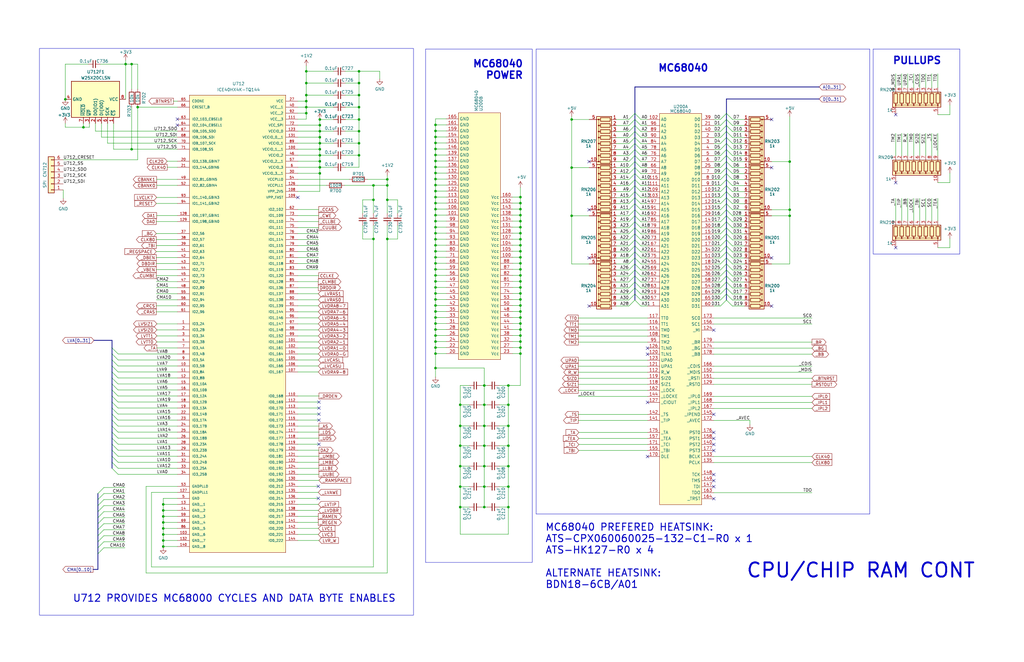
<source format=kicad_sch>
(kicad_sch (version 20230121) (generator eeschema)
  (paper "B")
  (title_block (title "AMIGA PCI") (date "2024-03-23") (rev "2.0"))
  (junction (at 183.642 65.405))
  (junction (at 183.642 85.725))
  (junction (at 183.642 60.325))
  (junction (at 163.322 100.838))
  (junction (at 194.056 205.359))
  (junction (at 204.216 179.705))
  (junction (at 214.376 179.705))
  (junction (at 151.384 30.099))
  (junction (at 194.056 213.995))
  (junction (at 183.642 70.485))
  (junction (at 332.994 68.199))
  (junction (at 183.642 78.105))
  (junction (at 183.642 136.525))
  (junction (at 183.642 128.905))
  (junction (at 219.456 131.445))
  (junction (at 219.456 146.685))
  (junction (at 219.456 123.825))
  (junction (at 183.642 133.985))
  (junction (at 219.456 141.605))
  (junction (at 134.874 52.832))
  (junction (at 183.642 155.321))
  (junction (at 204.216 188.087))
  (junction (at 183.642 139.065))
  (junction (at 134.874 57.912))
  (junction (at 194.056 179.705))
  (junction (at 219.456 106.045))
  (junction (at 183.642 106.045))
  (junction (at 183.642 83.185))
  (junction (at 183.642 73.025))
  (junction (at 183.642 149.225))
  (junction (at 204.216 205.359))
  (junction (at 151.384 50.419))
  (junction (at 219.456 108.585))
  (junction (at 183.642 95.885))
  (junction (at 151.384 55.372))
  (junction (at 219.456 149.225))
  (junction (at 183.642 113.665))
  (junction (at 194.056 170.815))
  (junction (at 219.456 116.205))
  (junction (at 68.834 223.012))
  (junction (at 219.456 100.965))
  (junction (at 129.159 42.672))
  (junction (at 27.559 41.91))
  (junction (at 332.994 91.059))
  (junction (at 134.874 65.532))
  (junction (at 183.642 67.945))
  (junction (at 129.159 47.752))
  (junction (at 219.456 95.885))
  (junction (at 214.376 196.723))
  (junction (at 129.159 35.052))
  (junction (at 68.834 220.472))
  (junction (at 163.322 84.328))
  (junction (at 183.642 118.745))
  (junction (at 183.642 98.425))
  (junction (at 134.874 73.152))
  (junction (at 134.874 60.452))
  (junction (at 68.834 230.632))
  (junction (at 151.384 60.452))
  (junction (at 219.456 133.985))
  (junction (at 183.642 146.685))
  (junction (at 219.456 85.725))
  (junction (at 134.874 50.419))
  (junction (at 219.456 118.745))
  (junction (at 183.642 75.565))
  (junction (at 157.48 84.328))
  (junction (at 183.642 111.125))
  (junction (at 183.642 57.785))
  (junction (at 68.834 212.852))
  (junction (at 219.456 90.805))
  (junction (at 183.642 90.805))
  (junction (at 204.216 170.815))
  (junction (at 332.994 88.519))
  (junction (at 183.642 141.605))
  (junction (at 52.959 27.051))
  (junction (at 214.376 213.995))
  (junction (at 151.384 40.132))
  (junction (at 134.874 55.372))
  (junction (at 219.456 136.525))
  (junction (at 183.642 126.365))
  (junction (at 183.642 100.965))
  (junction (at 219.456 93.345))
  (junction (at 219.456 128.905))
  (junction (at 219.456 121.285))
  (junction (at 214.376 162.687))
  (junction (at 58.039 45.212))
  (junction (at 183.642 88.265))
  (junction (at 163.322 75.692))
  (junction (at 219.456 83.185))
  (junction (at 183.642 55.245))
  (junction (at 183.642 93.345))
  (junction (at 68.834 228.092))
  (junction (at 157.48 100.838))
  (junction (at 219.456 103.505))
  (junction (at 183.642 131.445))
  (junction (at 183.642 108.585))
  (junction (at 183.642 144.145))
  (junction (at 219.456 88.265))
  (junction (at 68.834 215.392))
  (junction (at 219.456 111.125))
  (junction (at 204.216 196.723))
  (junction (at 183.642 52.705))
  (junction (at 214.376 205.359))
  (junction (at 214.376 188.087))
  (junction (at 194.056 188.087))
  (junction (at 151.384 45.212))
  (junction (at 129.159 45.212))
  (junction (at 183.642 62.865))
  (junction (at 151.384 65.532))
  (junction (at 55.499 62.992))
  (junction (at 183.642 123.825))
  (junction (at 157.48 78.232))
  (junction (at 204.216 213.995))
  (junction (at 219.456 139.065))
  (junction (at 194.056 196.723))
  (junction (at 241.046 50.419))
  (junction (at 183.642 103.505))
  (junction (at 134.874 68.072))
  (junction (at 183.642 121.285))
  (junction (at 55.499 27.051))
  (junction (at 183.642 80.645))
  (junction (at 219.456 113.665))
  (junction (at 214.376 170.815))
  (junction (at 35.179 53.721))
  (junction (at 219.456 144.145))
  (junction (at 241.046 91.059))
  (junction (at 129.159 40.132))
  (junction (at 219.456 126.365))
  (junction (at 134.874 70.612))
  (junction (at 163.322 78.232))
  (junction (at 241.046 70.739))
  (junction (at 129.159 30.099))
  (junction (at 68.834 217.932))
  (junction (at 134.874 62.992))
  (junction (at 219.456 98.425))
  (junction (at 183.642 116.205))
  (junction (at 151.384 35.052))
  (junction (at 68.834 225.552))
  (junction (at 204.216 162.687))
  (no_connect (at 300.99 210.439))
  (no_connect (at 248.412 129.159))
  (no_connect (at 273.05 146.939))
  (no_connect (at 273.05 192.659))
  (no_connect (at 273.05 169.799))
  (no_connect (at 300.99 187.579))
  (no_connect (at 300.99 185.039))
  (no_connect (at 134.493 169.672))
  (no_connect (at 325.374 50.419))
  (no_connect (at 134.239 210.312))
  (no_connect (at 273.05 149.479))
  (no_connect (at 74.803 50.292))
  (no_connect (at 300.99 139.319))
  (no_connect (at 300.99 174.879))
  (no_connect (at 377.698 48.387))
  (no_connect (at 134.493 177.292))
  (no_connect (at 134.493 187.452))
  (no_connect (at 248.412 108.839))
  (no_connect (at 248.412 88.519))
  (no_connect (at 248.412 68.199))
  (no_connect (at 74.803 52.832))
  (no_connect (at 300.99 202.819))
  (no_connect (at 300.99 200.279))
  (no_connect (at 325.374 108.839))
  (no_connect (at 300.99 190.119))
  (no_connect (at 134.493 174.752))
  (no_connect (at 377.698 77.089))
  (no_connect (at 325.374 70.739))
  (no_connect (at 134.493 172.212))
  (no_connect (at 325.374 129.159))
  (no_connect (at 125.603 83.312))
  (no_connect (at 134.239 205.232))
  (no_connect (at 300.99 205.359))
  (no_connect (at 377.698 104.521))
  (no_connect (at 300.99 182.499))
  (bus_entry (at 265.176 55.499) (size 2.54 -2.54))
  (bus_entry (at 47.244 187.452) (size 2.54 2.54))
  (bus_entry (at 47.244 197.612) (size 2.54 2.54))
  (bus_entry (at 265.176 116.459) (size 2.54 -2.54))
  (bus_entry (at 308.864 80.899) (size -2.54 -2.54))
  (bus_entry (at 303.784 52.959) (size 2.54 -2.54))
  (bus_entry (at 308.864 129.159) (size -2.54 -2.54))
  (bus_entry (at 303.784 93.599) (size 2.54 -2.54))
  (bus_entry (at 265.176 108.839) (size 2.54 -2.54))
  (bus_entry (at 265.176 101.219) (size 2.54 -2.54))
  (bus_entry (at 270.256 108.839) (size -2.54 -2.54))
  (bus_entry (at 303.784 78.359) (size 2.54 -2.54))
  (bus_entry (at 270.256 60.579) (size -2.54 -2.54))
  (bus_entry (at 47.244 195.072) (size 2.54 2.54))
  (bus_entry (at 265.176 106.299) (size 2.54 -2.54))
  (bus_entry (at 270.256 91.059) (size -2.54 -2.54))
  (bus_entry (at 303.784 80.899) (size 2.54 -2.54))
  (bus_entry (at 265.176 58.039) (size 2.54 -2.54))
  (bus_entry (at 303.784 106.299) (size 2.54 -2.54))
  (bus_entry (at 303.784 63.119) (size 2.54 -2.54))
  (bus_entry (at 308.864 111.379) (size -2.54 -2.54))
  (bus_entry (at 303.784 85.979) (size 2.54 -2.54))
  (bus_entry (at 308.864 96.139) (size -2.54 -2.54))
  (bus_entry (at 270.256 85.979) (size -2.54 -2.54))
  (bus_entry (at 270.256 65.659) (size -2.54 -2.54))
  (bus_entry (at 303.784 65.659) (size 2.54 -2.54))
  (bus_entry (at 47.244 162.052) (size 2.54 2.54))
  (bus_entry (at 308.864 73.279) (size -2.54 -2.54))
  (bus_entry (at 47.244 177.292) (size 2.54 2.54))
  (bus_entry (at 270.256 98.679) (size -2.54 -2.54))
  (bus_entry (at 303.784 103.759) (size 2.54 -2.54))
  (bus_entry (at 308.864 118.999) (size -2.54 -2.54))
  (bus_entry (at 308.864 108.839) (size -2.54 -2.54))
  (bus_entry (at 43.815 210.82) (size -2.54 2.54))
  (bus_entry (at 308.864 93.599) (size -2.54 -2.54))
  (bus_entry (at 270.256 118.999) (size -2.54 -2.54))
  (bus_entry (at 265.176 52.959) (size 2.54 -2.54))
  (bus_entry (at 270.256 126.619) (size -2.54 -2.54))
  (bus_entry (at 265.176 124.079) (size 2.54 -2.54))
  (bus_entry (at 270.256 96.139) (size -2.54 -2.54))
  (bus_entry (at 303.784 118.999) (size 2.54 -2.54))
  (bus_entry (at 303.784 126.619) (size 2.54 -2.54))
  (bus_entry (at 308.864 91.059) (size -2.54 -2.54))
  (bus_entry (at 47.244 159.512) (size 2.54 2.54))
  (bus_entry (at 303.784 108.839) (size 2.54 -2.54))
  (bus_entry (at 265.176 98.679) (size 2.54 -2.54))
  (bus_entry (at 270.256 83.439) (size -2.54 -2.54))
  (bus_entry (at 270.256 103.759) (size -2.54 -2.54))
  (bus_entry (at 47.244 156.972) (size 2.54 2.54))
  (bus_entry (at 308.864 50.419) (size -2.54 -2.54))
  (bus_entry (at 303.784 55.499) (size 2.54 -2.54))
  (bus_entry (at 47.244 149.352) (size 2.54 2.54))
  (bus_entry (at 265.176 70.739) (size 2.54 -2.54))
  (bus_entry (at 47.244 169.672) (size 2.54 2.54))
  (bus_entry (at 303.784 88.519) (size 2.54 -2.54))
  (bus_entry (at 308.864 75.819) (size -2.54 -2.54))
  (bus_entry (at 47.244 189.992) (size 2.54 2.54))
  (bus_entry (at 303.784 91.059) (size 2.54 -2.54))
  (bus_entry (at 265.176 73.279) (size 2.54 -2.54))
  (bus_entry (at 265.176 85.979) (size 2.54 -2.54))
  (bus_entry (at 308.864 124.079) (size -2.54 -2.54))
  (bus_entry (at 270.256 50.419) (size -2.54 -2.54))
  (bus_entry (at 270.256 111.379) (size -2.54 -2.54))
  (bus_entry (at 303.784 96.139) (size 2.54 -2.54))
  (bus_entry (at 308.864 58.039) (size -2.54 -2.54))
  (bus_entry (at 308.864 126.619) (size -2.54 -2.54))
  (bus_entry (at 265.176 60.579) (size 2.54 -2.54))
  (bus_entry (at 43.815 231.14) (size -2.54 2.54))
  (bus_entry (at 265.176 113.919) (size 2.54 -2.54))
  (bus_entry (at 308.864 55.499) (size -2.54 -2.54))
  (bus_entry (at 270.256 52.959) (size -2.54 -2.54))
  (bus_entry (at 270.256 124.079) (size -2.54 -2.54))
  (bus_entry (at 47.244 192.532) (size 2.54 2.54))
  (bus_entry (at 270.256 129.159) (size -2.54 -2.54))
  (bus_entry (at 43.815 205.74) (size -2.54 2.54))
  (bus_entry (at 308.864 116.459) (size -2.54 -2.54))
  (bus_entry (at 47.244 174.752) (size 2.54 2.54))
  (bus_entry (at 265.176 96.139) (size 2.54 -2.54))
  (bus_entry (at 270.256 93.599) (size -2.54 -2.54))
  (bus_entry (at 265.176 75.819) (size 2.54 -2.54))
  (bus_entry (at 303.784 75.819) (size 2.54 -2.54))
  (bus_entry (at 308.864 63.119) (size -2.54 -2.54))
  (bus_entry (at 265.176 83.439) (size 2.54 -2.54))
  (bus_entry (at 308.864 52.959) (size -2.54 -2.54))
  (bus_entry (at 265.176 88.519) (size 2.54 -2.54))
  (bus_entry (at 47.244 154.432) (size 2.54 2.54))
  (bus_entry (at 43.815 223.52) (size -2.54 2.54))
  (bus_entry (at 308.864 65.659) (size -2.54 -2.54))
  (bus_entry (at 308.864 88.519) (size -2.54 -2.54))
  (bus_entry (at 43.815 226.06) (size -2.54 2.54))
  (bus_entry (at 270.256 121.539) (size -2.54 -2.54))
  (bus_entry (at 308.864 106.299) (size -2.54 -2.54))
  (bus_entry (at 265.176 80.899) (size 2.54 -2.54))
  (bus_entry (at 265.176 78.359) (size 2.54 -2.54))
  (bus_entry (at 270.256 116.459) (size -2.54 -2.54))
  (bus_entry (at 308.864 103.759) (size -2.54 -2.54))
  (bus_entry (at 303.784 60.579) (size 2.54 -2.54))
  (bus_entry (at 43.815 215.9) (size -2.54 2.54))
  (bus_entry (at 303.784 124.079) (size 2.54 -2.54))
  (bus_entry (at 265.176 111.379) (size 2.54 -2.54))
  (bus_entry (at 303.784 111.379) (size 2.54 -2.54))
  (bus_entry (at 265.176 65.659) (size 2.54 -2.54))
  (bus_entry (at 270.256 73.279) (size -2.54 -2.54))
  (bus_entry (at 47.244 179.832) (size 2.54 2.54))
  (bus_entry (at 308.864 98.679) (size -2.54 -2.54))
  (bus_entry (at 303.784 129.159) (size 2.54 -2.54))
  (bus_entry (at 47.244 146.812) (size 2.54 2.54))
  (bus_entry (at 303.784 113.919) (size 2.54 -2.54))
  (bus_entry (at 265.176 121.539) (size 2.54 -2.54))
  (bus_entry (at 47.244 164.592) (size 2.54 2.54))
  (bus_entry (at 270.256 55.499) (size -2.54 -2.54))
  (bus_entry (at 265.176 129.159) (size 2.54 -2.54))
  (bus_entry (at 265.176 68.199) (size 2.54 -2.54))
  (bus_entry (at 308.864 78.359) (size -2.54 -2.54))
  (bus_entry (at 265.176 103.759) (size 2.54 -2.54))
  (bus_entry (at 270.256 101.219) (size -2.54 -2.54))
  (bus_entry (at 265.176 118.999) (size 2.54 -2.54))
  (bus_entry (at 270.256 80.899) (size -2.54 -2.54))
  (bus_entry (at 303.784 116.459) (size 2.54 -2.54))
  (bus_entry (at 308.864 85.979) (size -2.54 -2.54))
  (bus_entry (at 270.256 88.519) (size -2.54 -2.54))
  (bus_entry (at 43.815 220.98) (size -2.54 2.54))
  (bus_entry (at 303.784 58.039) (size 2.54 -2.54))
  (bus_entry (at 270.256 106.299) (size -2.54 -2.54))
  (bus_entry (at 43.815 228.6) (size -2.54 2.54))
  (bus_entry (at 308.864 68.199) (size -2.54 -2.54))
  (bus_entry (at 270.256 113.919) (size -2.54 -2.54))
  (bus_entry (at 303.784 68.199) (size 2.54 -2.54))
  (bus_entry (at 270.256 68.199) (size -2.54 -2.54))
  (bus_entry (at 308.864 121.539) (size -2.54 -2.54))
  (bus_entry (at 308.864 60.579) (size -2.54 -2.54))
  (bus_entry (at 265.176 91.059) (size 2.54 -2.54))
  (bus_entry (at 308.864 83.439) (size -2.54 -2.54))
  (bus_entry (at 270.256 63.119) (size -2.54 -2.54))
  (bus_entry (at 43.815 208.28) (size -2.54 2.54))
  (bus_entry (at 47.244 167.132) (size 2.54 2.54))
  (bus_entry (at 265.176 50.419) (size 2.54 -2.54))
  (bus_entry (at 308.864 113.919) (size -2.54 -2.54))
  (bus_entry (at 265.176 93.599) (size 2.54 -2.54))
  (bus_entry (at 303.784 121.539) (size 2.54 -2.54))
  (bus_entry (at 43.815 218.44) (size -2.54 2.54))
  (bus_entry (at 270.256 75.819) (size -2.54 -2.54))
  (bus_entry (at 47.244 151.892) (size 2.54 2.54))
  (bus_entry (at 303.784 98.679) (size 2.54 -2.54))
  (bus_entry (at 270.256 70.739) (size -2.54 -2.54))
  (bus_entry (at 265.176 63.119) (size 2.54 -2.54))
  (bus_entry (at 303.784 50.419) (size 2.54 -2.54))
  (bus_entry (at 308.864 70.739) (size -2.54 -2.54))
  (bus_entry (at 47.244 182.372) (size 2.54 2.54))
  (bus_entry (at 303.784 83.439) (size 2.54 -2.54))
  (bus_entry (at 303.784 101.219) (size 2.54 -2.54))
  (bus_entry (at 47.244 172.212) (size 2.54 2.54))
  (bus_entry (at 270.256 78.359) (size -2.54 -2.54))
  (bus_entry (at 308.864 101.219) (size -2.54 -2.54))
  (bus_entry (at 265.176 126.619) (size 2.54 -2.54))
  (bus_entry (at 303.784 73.279) (size 2.54 -2.54))
  (bus_entry (at 303.784 70.739) (size 2.54 -2.54))
  (bus_entry (at 270.256 58.039) (size -2.54 -2.54))
  (bus_entry (at 47.244 184.912) (size 2.54 2.54))
  (bus_entry (at 43.815 213.36) (size -2.54 2.54))
  (wire (pts (xy 243.84 154.559) (xy 273.05 154.559)))
  (wire (pts (xy 387.858 31.115) (xy 387.858 36.957)))
  (wire (pts (xy 183.642 108.585) (xy 183.642 111.125)))
  (wire (pts (xy 52.959 27.051) (xy 42.291 27.051)))
  (wire (pts (xy 129.159 40.132) (xy 129.159 42.672)))
  (wire (pts (xy 145.669 55.372) (xy 151.384 55.372)))
  (wire (pts (xy 219.456 100.965) (xy 219.456 103.505)))
  (wire (pts (xy 300.99 134.239) (xy 342.392 134.239)))
  (wire (pts (xy 300.99 129.159) (xy 303.784 129.159)))
  (wire (pts (xy 74.803 83.312) (xy 66.04 83.312)))
  (wire (pts (xy 134.239 134.112) (xy 125.603 134.112)))
  (wire (pts (xy 134.874 60.452) (xy 134.874 62.992)))
  (bus (pts (xy 267.716 103.759) (xy 267.716 106.299)))
  (wire (pts (xy 49.784 159.512) (xy 74.803 159.512)))
  (wire (pts (xy 61.595 241.808) (xy 163.322 241.808)))
  (wire (pts (xy 219.456 118.745) (xy 216.154 118.745)))
  (wire (pts (xy 204.216 155.321) (xy 204.216 162.687)))
  (wire (pts (xy 52.959 41.91) (xy 52.959 27.051)))
  (wire (pts (xy 313.944 91.059) (xy 308.864 91.059)))
  (wire (pts (xy 219.456 85.725) (xy 219.456 88.265)))
  (wire (pts (xy 273.05 83.439) (xy 270.256 83.439)))
  (wire (pts (xy 151.384 60.452) (xy 151.384 65.532)))
  (wire (pts (xy 273.05 75.819) (xy 270.256 75.819)))
  (wire (pts (xy 188.214 83.185) (xy 183.642 83.185)))
  (wire (pts (xy 259.842 75.819) (xy 265.176 75.819)))
  (wire (pts (xy 300.99 126.619) (xy 303.784 126.619)))
  (wire (pts (xy 273.05 121.539) (xy 270.256 121.539)))
  (wire (pts (xy 55.499 27.051) (xy 52.959 27.051)))
  (wire (pts (xy 61.595 205.232) (xy 74.803 205.232)))
  (bus (pts (xy 306.324 85.979) (xy 306.324 88.519)))
  (wire (pts (xy 68.834 215.392) (xy 74.803 215.392)))
  (wire (pts (xy 74.803 78.232) (xy 66.04 78.232)))
  (wire (pts (xy 210.566 162.687) (xy 214.376 162.687)))
  (wire (pts (xy 243.84 177.419) (xy 273.05 177.419)))
  (wire (pts (xy 248.412 111.379) (xy 241.046 111.379)))
  (wire (pts (xy 313.944 108.839) (xy 308.864 108.839)))
  (wire (pts (xy 183.642 75.565) (xy 183.642 78.105)))
  (wire (pts (xy 205.486 213.995) (xy 204.216 213.995)))
  (wire (pts (xy 205.486 205.359) (xy 204.216 205.359)))
  (wire (pts (xy 66.167 136.652) (xy 74.803 136.652)))
  (wire (pts (xy 134.239 141.732) (xy 125.603 141.732)))
  (wire (pts (xy 259.842 68.199) (xy 265.176 68.199)))
  (wire (pts (xy 243.84 152.019) (xy 273.05 152.019)))
  (wire (pts (xy 377.698 83.693) (xy 377.698 93.091)))
  (wire (pts (xy 134.239 146.812) (xy 125.603 146.812)))
  (wire (pts (xy 332.994 91.059) (xy 332.994 111.379)))
  (wire (pts (xy 219.456 123.825) (xy 219.456 126.365)))
  (wire (pts (xy 390.398 56.261) (xy 390.398 65.659)))
  (wire (pts (xy 380.238 56.261) (xy 380.238 65.659)))
  (wire (pts (xy 244.094 182.499) (xy 273.05 182.499)))
  (wire (pts (xy 219.456 106.045) (xy 219.456 108.585)))
  (wire (pts (xy 74.803 129.032) (xy 65.913 129.032)))
  (wire (pts (xy 125.603 57.912) (xy 134.874 57.912)))
  (wire (pts (xy 188.214 98.425) (xy 183.642 98.425)))
  (wire (pts (xy 313.944 52.959) (xy 308.864 52.959)))
  (wire (pts (xy 313.944 85.979) (xy 308.864 85.979)))
  (bus (pts (xy 306.324 111.379) (xy 306.324 113.919)))
  (wire (pts (xy 157.48 90.043) (xy 157.48 84.328)))
  (wire (pts (xy 259.842 106.299) (xy 265.176 106.299)))
  (wire (pts (xy 194.056 205.359) (xy 197.866 205.359)))
  (wire (pts (xy 49.784 184.912) (xy 74.803 184.912)))
  (wire (pts (xy 244.094 185.039) (xy 273.05 185.039)))
  (wire (pts (xy 58.039 67.437) (xy 58.039 45.212)))
  (wire (pts (xy 27.559 27.051) (xy 37.211 27.051)))
  (wire (pts (xy 204.216 188.087) (xy 204.216 196.723)))
  (wire (pts (xy 163.322 90.043) (xy 163.322 84.328)))
  (bus (pts (xy 267.716 91.059) (xy 267.716 93.599)))
  (wire (pts (xy 273.05 124.079) (xy 270.256 124.079)))
  (bus (pts (xy 306.324 108.839) (xy 306.324 111.379)))
  (wire (pts (xy 194.056 162.687) (xy 194.056 170.815)))
  (wire (pts (xy 300.99 78.359) (xy 303.784 78.359)))
  (wire (pts (xy 300.99 96.139) (xy 303.784 96.139)))
  (wire (pts (xy 125.603 129.032) (xy 134.239 129.032)))
  (wire (pts (xy 74.803 126.492) (xy 65.913 126.492)))
  (wire (pts (xy 395.478 56.261) (xy 395.478 65.659)))
  (wire (pts (xy 188.214 149.225) (xy 183.642 149.225)))
  (wire (pts (xy 125.603 225.552) (xy 134.239 225.552)))
  (wire (pts (xy 188.214 108.585) (xy 183.642 108.585)))
  (wire (pts (xy 313.944 103.759) (xy 308.864 103.759)))
  (wire (pts (xy 183.642 52.705) (xy 183.642 55.245)))
  (wire (pts (xy 332.994 68.199) (xy 332.994 88.519)))
  (wire (pts (xy 210.566 170.815) (xy 214.376 170.815)))
  (wire (pts (xy 134.239 126.492) (xy 125.603 126.492)))
  (wire (pts (xy 214.376 225.425) (xy 194.056 225.425)))
  (wire (pts (xy 219.456 146.685) (xy 219.456 149.225)))
  (wire (pts (xy 163.322 75.692) (xy 154.94 75.692)))
  (wire (pts (xy 134.239 136.652) (xy 125.603 136.652)))
  (wire (pts (xy 273.05 85.979) (xy 270.256 85.979)))
  (wire (pts (xy 273.05 88.519) (xy 270.256 88.519)))
  (bus (pts (xy 41.275 226.06) (xy 41.275 228.6)))
  (bus (pts (xy 306.324 88.519) (xy 306.324 91.059)))
  (wire (pts (xy 183.642 131.445) (xy 183.642 133.985)))
  (wire (pts (xy 219.456 116.205) (xy 216.154 116.205)))
  (bus (pts (xy 41.275 233.68) (xy 41.275 240.284)))
  (wire (pts (xy 313.944 121.539) (xy 308.864 121.539)))
  (wire (pts (xy 134.874 62.992) (xy 134.874 65.532)))
  (wire (pts (xy 313.944 111.379) (xy 308.864 111.379)))
  (wire (pts (xy 313.944 60.579) (xy 308.864 60.579)))
  (bus (pts (xy 306.324 47.879) (xy 306.324 50.419)))
  (wire (pts (xy 273.05 116.459) (xy 270.256 116.459)))
  (wire (pts (xy 243.84 157.099) (xy 273.05 157.099)))
  (wire (pts (xy 125.603 45.212) (xy 129.159 45.212)))
  (bus (pts (xy 306.324 103.759) (xy 306.324 106.299)))
  (bus (pts (xy 306.324 124.079) (xy 306.324 126.619)))
  (wire (pts (xy 188.214 103.505) (xy 183.642 103.505)))
  (wire (pts (xy 219.456 146.685) (xy 216.154 146.685)))
  (wire (pts (xy 219.456 83.185) (xy 219.456 85.725)))
  (wire (pts (xy 188.214 121.285) (xy 183.642 121.285)))
  (bus (pts (xy 267.716 98.679) (xy 267.716 101.219)))
  (wire (pts (xy 55.499 62.992) (xy 74.803 62.992)))
  (wire (pts (xy 216.154 133.985) (xy 219.456 133.985)))
  (wire (pts (xy 183.642 60.325) (xy 183.642 62.865)))
  (wire (pts (xy 259.842 116.459) (xy 265.176 116.459)))
  (wire (pts (xy 243.84 164.719) (xy 273.05 164.719)))
  (wire (pts (xy 134.239 113.792) (xy 125.603 113.792)))
  (wire (pts (xy 313.944 116.459) (xy 308.864 116.459)))
  (wire (pts (xy 157.48 78.232) (xy 163.322 78.232)))
  (wire (pts (xy 188.214 52.705) (xy 183.642 52.705)))
  (wire (pts (xy 68.834 230.632) (xy 68.834 231.14)))
  (wire (pts (xy 183.642 57.785) (xy 183.642 60.325)))
  (wire (pts (xy 204.216 170.815) (xy 202.946 170.815)))
  (wire (pts (xy 300.99 93.599) (xy 303.784 93.599)))
  (wire (pts (xy 49.784 189.992) (xy 74.803 189.992)))
  (wire (pts (xy 125.603 131.572) (xy 134.239 131.572)))
  (wire (pts (xy 325.374 91.059) (xy 332.994 91.059)))
  (wire (pts (xy 385.318 31.115) (xy 385.318 36.957)))
  (wire (pts (xy 134.874 80.772) (xy 125.603 80.772)))
  (wire (pts (xy 134.493 195.072) (xy 125.603 195.072)))
  (wire (pts (xy 125.603 60.452) (xy 134.874 60.452)))
  (wire (pts (xy 129.159 47.752) (xy 129.159 50.292)))
  (wire (pts (xy 183.642 62.865) (xy 183.642 65.405)))
  (wire (pts (xy 42.799 57.912) (xy 74.803 57.912)))
  (bus (pts (xy 267.716 63.119) (xy 267.716 65.659)))
  (wire (pts (xy 188.214 95.885) (xy 183.642 95.885)))
  (wire (pts (xy 259.842 118.999) (xy 265.176 118.999)))
  (bus (pts (xy 306.324 68.199) (xy 306.324 70.739)))
  (bus (pts (xy 39.624 143.637) (xy 47.244 143.637)))
  (wire (pts (xy 125.603 207.772) (xy 134.239 207.772)))
  (wire (pts (xy 183.642 113.665) (xy 183.642 116.205)))
  (wire (pts (xy 43.815 210.82) (xy 52.705 210.82)))
  (wire (pts (xy 188.214 118.745) (xy 183.642 118.745)))
  (wire (pts (xy 49.784 192.532) (xy 74.803 192.532)))
  (wire (pts (xy 205.486 162.687) (xy 204.216 162.687)))
  (wire (pts (xy 151.384 65.532) (xy 151.384 70.612)))
  (wire (pts (xy 125.603 75.692) (xy 147.32 75.692)))
  (wire (pts (xy 125.603 116.332) (xy 134.366 116.332)))
  (wire (pts (xy 188.214 100.965) (xy 183.642 100.965)))
  (wire (pts (xy 219.456 141.605) (xy 219.456 144.145)))
  (wire (pts (xy 183.642 55.245) (xy 183.642 57.785)))
  (wire (pts (xy 188.214 70.485) (xy 183.642 70.485)))
  (wire (pts (xy 183.642 146.685) (xy 183.642 149.225)))
  (wire (pts (xy 219.456 100.965) (xy 216.154 100.965)))
  (wire (pts (xy 300.99 101.219) (xy 303.784 101.219)))
  (wire (pts (xy 35.179 53.721) (xy 35.179 52.07)))
  (wire (pts (xy 125.603 217.932) (xy 134.239 217.932)))
  (bus (pts (xy 306.324 70.739) (xy 306.324 73.279)))
  (wire (pts (xy 125.603 65.532) (xy 134.874 65.532)))
  (wire (pts (xy 313.944 80.899) (xy 308.864 80.899)))
  (bus (pts (xy 267.716 108.839) (xy 267.716 111.379)))
  (wire (pts (xy 204.216 170.815) (xy 204.216 179.705)))
  (wire (pts (xy 205.486 170.815) (xy 204.216 170.815)))
  (wire (pts (xy 244.094 190.119) (xy 273.05 190.119)))
  (bus (pts (xy 47.244 195.072) (xy 47.244 192.532)))
  (bus (pts (xy 306.324 63.119) (xy 306.324 65.659)))
  (bus (pts (xy 47.244 172.212) (xy 47.244 169.672)))
  (wire (pts (xy 273.05 103.759) (xy 270.256 103.759)))
  (wire (pts (xy 125.603 205.232) (xy 134.239 205.232)))
  (wire (pts (xy 259.842 113.919) (xy 265.176 113.919)))
  (wire (pts (xy 387.858 56.261) (xy 387.858 65.659)))
  (wire (pts (xy 134.493 197.612) (xy 125.603 197.612)))
  (bus (pts (xy 306.324 121.539) (xy 306.324 124.079)))
  (wire (pts (xy 300.99 52.959) (xy 303.784 52.959)))
  (wire (pts (xy 382.778 83.693) (xy 382.778 93.091)))
  (wire (pts (xy 219.456 111.125) (xy 219.456 113.665)))
  (wire (pts (xy 134.493 202.692) (xy 125.603 202.692)))
  (bus (pts (xy 47.244 149.352) (xy 47.244 146.812)))
  (wire (pts (xy 134.493 192.532) (xy 125.603 192.532)))
  (wire (pts (xy 210.566 188.087) (xy 214.376 188.087)))
  (wire (pts (xy 219.456 126.365) (xy 219.456 128.905)))
  (wire (pts (xy 58.039 45.212) (xy 74.803 45.212)))
  (bus (pts (xy 267.716 101.219) (xy 267.716 103.759)))
  (wire (pts (xy 300.99 136.779) (xy 342.392 136.779)))
  (wire (pts (xy 134.874 70.612) (xy 140.589 70.612)))
  (wire (pts (xy 219.456 141.605) (xy 216.154 141.605)))
  (wire (pts (xy 194.056 179.705) (xy 197.866 179.705)))
  (wire (pts (xy 74.803 141.732) (xy 66.167 141.732)))
  (bus (pts (xy 267.716 73.279) (xy 267.716 75.819)))
  (wire (pts (xy 68.834 215.392) (xy 68.834 217.932)))
  (wire (pts (xy 43.815 228.6) (xy 52.705 228.6)))
  (wire (pts (xy 134.874 68.072) (xy 134.874 70.612)))
  (wire (pts (xy 219.456 128.905) (xy 216.154 128.905)))
  (wire (pts (xy 273.05 118.999) (xy 270.256 118.999)))
  (bus (pts (xy 47.244 174.752) (xy 47.244 172.212)))
  (wire (pts (xy 395.478 48.387) (xy 400.558 48.387)))
  (wire (pts (xy 325.374 68.199) (xy 332.994 68.199)))
  (wire (pts (xy 125.603 68.072) (xy 134.874 68.072)))
  (wire (pts (xy 183.642 121.285) (xy 183.642 123.825)))
  (wire (pts (xy 300.99 144.399) (xy 342.392 144.399)))
  (bus (pts (xy 267.716 50.419) (xy 267.716 52.959)))
  (wire (pts (xy 259.842 121.539) (xy 265.176 121.539)))
  (wire (pts (xy 188.214 57.785) (xy 183.642 57.785)))
  (wire (pts (xy 134.493 167.132) (xy 125.603 167.132)))
  (wire (pts (xy 219.456 98.425) (xy 219.456 100.965)))
  (wire (pts (xy 125.603 101.092) (xy 134.366 101.092)))
  (bus (pts (xy 47.244 169.672) (xy 47.244 167.132)))
  (wire (pts (xy 219.456 128.905) (xy 219.456 131.445)))
  (wire (pts (xy 134.493 172.212) (xy 125.603 172.212)))
  (wire (pts (xy 300.99 195.199) (xy 342.392 195.199)))
  (wire (pts (xy 188.214 123.825) (xy 183.642 123.825)))
  (wire (pts (xy 49.784 174.752) (xy 74.803 174.752)))
  (bus (pts (xy 306.324 60.579) (xy 306.324 63.119)))
  (wire (pts (xy 151.384 35.052) (xy 151.384 30.099)))
  (wire (pts (xy 219.456 85.725) (xy 216.154 85.725)))
  (wire (pts (xy 390.398 83.693) (xy 390.398 93.091)))
  (wire (pts (xy 125.603 139.192) (xy 134.239 139.192)))
  (wire (pts (xy 188.214 131.445) (xy 183.642 131.445)))
  (wire (pts (xy 129.159 27.813) (xy 129.159 30.099)))
  (wire (pts (xy 214.376 179.705) (xy 214.376 188.087)))
  (wire (pts (xy 259.842 91.059) (xy 265.176 91.059)))
  (wire (pts (xy 183.642 139.065) (xy 183.642 141.605)))
  (wire (pts (xy 204.216 179.705) (xy 204.216 188.087)))
  (wire (pts (xy 300.99 85.979) (xy 303.784 85.979)))
  (wire (pts (xy 204.216 213.995) (xy 202.946 213.995)))
  (wire (pts (xy 259.842 88.519) (xy 265.176 88.519)))
  (wire (pts (xy 313.944 70.739) (xy 308.864 70.739)))
  (wire (pts (xy 300.99 113.919) (xy 303.784 113.919)))
  (bus (pts (xy 267.716 70.739) (xy 267.716 73.279)))
  (wire (pts (xy 188.214 144.145) (xy 183.642 144.145)))
  (wire (pts (xy 74.803 116.332) (xy 65.913 116.332)))
  (bus (pts (xy 306.324 96.139) (xy 306.324 98.679)))
  (bus (pts (xy 267.716 65.659) (xy 267.716 68.199)))
  (wire (pts (xy 66.167 146.812) (xy 74.803 146.812)))
  (wire (pts (xy 219.456 108.585) (xy 216.154 108.585)))
  (wire (pts (xy 395.478 104.521) (xy 400.558 104.521)))
  (wire (pts (xy 45.339 60.452) (xy 45.339 52.07)))
  (wire (pts (xy 380.238 31.115) (xy 380.238 36.957)))
  (wire (pts (xy 219.456 121.285) (xy 219.456 123.825)))
  (wire (pts (xy 183.642 85.725) (xy 183.642 88.265)))
  (bus (pts (xy 47.244 189.992) (xy 47.244 187.452)))
  (wire (pts (xy 259.842 93.599) (xy 265.176 93.599)))
  (wire (pts (xy 129.159 42.672) (xy 129.159 45.212)))
  (wire (pts (xy 395.478 31.115) (xy 395.478 36.957)))
  (bus (pts (xy 267.716 121.539) (xy 267.716 124.079)))
  (wire (pts (xy 300.99 75.819) (xy 303.784 75.819)))
  (wire (pts (xy 300.99 50.419) (xy 303.784 50.419)))
  (bus (pts (xy 267.716 52.959) (xy 267.716 55.499)))
  (bus (pts (xy 47.244 146.812) (xy 47.244 143.637)))
  (wire (pts (xy 273.05 52.959) (xy 270.256 52.959)))
  (wire (pts (xy 194.056 213.995) (xy 194.056 225.425)))
  (wire (pts (xy 300.99 108.839) (xy 303.784 108.839)))
  (bus (pts (xy 47.244 162.052) (xy 47.244 159.512)))
  (wire (pts (xy 259.842 85.979) (xy 265.176 85.979)))
  (bus (pts (xy 306.324 58.039) (xy 306.324 60.579)))
  (bus (pts (xy 306.324 93.599) (xy 306.324 96.139)))
  (wire (pts (xy 300.99 83.439) (xy 303.784 83.439)))
  (wire (pts (xy 273.05 55.499) (xy 270.256 55.499)))
  (wire (pts (xy 68.834 212.852) (xy 74.803 212.852)))
  (wire (pts (xy 219.456 136.525) (xy 219.456 139.065)))
  (wire (pts (xy 273.05 70.739) (xy 270.256 70.739)))
  (wire (pts (xy 145.669 35.052) (xy 151.384 35.052)))
  (wire (pts (xy 259.842 70.739) (xy 265.176 70.739)))
  (bus (pts (xy 41.275 223.52) (xy 41.275 226.06)))
  (wire (pts (xy 313.944 129.159) (xy 308.864 129.159)))
  (wire (pts (xy 273.05 126.619) (xy 270.256 126.619)))
  (wire (pts (xy 219.456 118.745) (xy 219.456 121.285)))
  (wire (pts (xy 183.642 98.425) (xy 183.642 100.965)))
  (wire (pts (xy 65.913 101.092) (xy 74.803 101.092)))
  (wire (pts (xy 219.456 106.045) (xy 216.154 106.045)))
  (wire (pts (xy 125.603 106.172) (xy 134.366 106.172)))
  (bus (pts (xy 41.275 215.9) (xy 41.275 218.44)))
  (wire (pts (xy 259.842 80.899) (xy 265.176 80.899)))
  (bus (pts (xy 306.324 75.819) (xy 306.324 78.359)))
  (wire (pts (xy 35.179 53.721) (xy 37.719 53.721)))
  (wire (pts (xy 125.603 151.892) (xy 134.239 151.892)))
  (wire (pts (xy 152.908 100.838) (xy 157.48 100.838)))
  (wire (pts (xy 219.456 108.585) (xy 219.456 111.125)))
  (wire (pts (xy 68.834 223.012) (xy 74.803 223.012)))
  (wire (pts (xy 188.214 128.905) (xy 183.642 128.905)))
  (wire (pts (xy 313.944 78.359) (xy 308.864 78.359)))
  (bus (pts (xy 41.275 220.98) (xy 41.275 223.52)))
  (wire (pts (xy 43.815 215.9) (xy 52.705 215.9)))
  (bus (pts (xy 41.275 210.82) (xy 41.275 213.36)))
  (bus (pts (xy 41.275 218.44) (xy 41.275 220.98)))
  (wire (pts (xy 134.493 228.092) (xy 125.603 228.092)))
  (wire (pts (xy 74.803 75.692) (xy 66.04 75.692)))
  (wire (pts (xy 27.559 53.721) (xy 27.559 52.07)))
  (wire (pts (xy 273.05 60.579) (xy 270.256 60.579)))
  (wire (pts (xy 188.214 126.365) (xy 183.642 126.365)))
  (wire (pts (xy 205.486 188.087) (xy 204.216 188.087)))
  (wire (pts (xy 49.784 154.432) (xy 74.803 154.432)))
  (wire (pts (xy 210.566 179.705) (xy 214.376 179.705)))
  (bus (pts (xy 41.275 240.284) (xy 39.243 240.284)))
  (wire (pts (xy 129.159 45.212) (xy 140.589 45.212)))
  (wire (pts (xy 183.642 116.205) (xy 183.642 118.745)))
  (bus (pts (xy 267.716 111.379) (xy 267.716 113.919)))
  (wire (pts (xy 125.603 123.952) (xy 134.239 123.952)))
  (wire (pts (xy 243.84 134.239) (xy 273.05 134.239)))
  (wire (pts (xy 259.842 50.419) (xy 265.176 50.419)))
  (wire (pts (xy 219.456 116.205) (xy 219.456 118.745)))
  (bus (pts (xy 267.716 96.139) (xy 267.716 98.679)))
  (bus (pts (xy 306.324 106.299) (xy 306.324 108.839)))
  (wire (pts (xy 49.784 200.152) (xy 74.803 200.152)))
  (bus (pts (xy 267.716 118.999) (xy 267.716 121.539)))
  (wire (pts (xy 183.642 83.185) (xy 183.642 85.725)))
  (wire (pts (xy 204.216 162.687) (xy 204.216 170.815)))
  (wire (pts (xy 74.803 113.792) (xy 65.913 113.792)))
  (wire (pts (xy 68.834 217.932) (xy 74.803 217.932)))
  (wire (pts (xy 43.815 208.28) (xy 52.705 208.28)))
  (wire (pts (xy 188.214 60.325) (xy 183.642 60.325)))
  (wire (pts (xy 259.842 63.119) (xy 265.176 63.119)))
  (wire (pts (xy 134.239 118.872) (xy 125.603 118.872)))
  (bus (pts (xy 47.244 187.452) (xy 47.244 184.912)))
  (wire (pts (xy 300.99 60.579) (xy 303.784 60.579)))
  (bus (pts (xy 267.716 36.703) (xy 345.44 36.703)))
  (wire (pts (xy 74.803 93.472) (xy 65.913 93.472)))
  (wire (pts (xy 49.784 156.972) (xy 74.803 156.972)))
  (wire (pts (xy 134.874 70.612) (xy 134.874 73.152)))
  (wire (pts (xy 134.874 65.532) (xy 140.589 65.532)))
  (wire (pts (xy 129.159 30.099) (xy 129.159 35.052)))
  (wire (pts (xy 259.842 65.659) (xy 265.176 65.659)))
  (wire (pts (xy 68.834 220.472) (xy 74.803 220.472)))
  (wire (pts (xy 74.803 90.932) (xy 66.04 90.932)))
  (wire (pts (xy 313.944 83.439) (xy 308.864 83.439)))
  (wire (pts (xy 65.913 121.412) (xy 74.803 121.412)))
  (wire (pts (xy 188.214 106.045) (xy 183.642 106.045)))
  (wire (pts (xy 273.05 106.299) (xy 270.256 106.299)))
  (wire (pts (xy 43.815 205.74) (xy 52.705 205.74)))
  (wire (pts (xy 273.05 96.139) (xy 270.256 96.139)))
  (wire (pts (xy 68.834 225.552) (xy 74.803 225.552)))
  (wire (pts (xy 188.214 113.665) (xy 183.642 113.665)))
  (wire (pts (xy 300.99 159.639) (xy 342.392 159.639)))
  (wire (pts (xy 68.834 223.012) (xy 68.834 225.552)))
  (wire (pts (xy 145.669 45.212) (xy 151.384 45.212)))
  (wire (pts (xy 300.99 118.999) (xy 303.784 118.999)))
  (bus (pts (xy 267.716 124.079) (xy 267.716 126.619)))
  (wire (pts (xy 43.815 231.14) (xy 52.705 231.14)))
  (wire (pts (xy 49.784 197.612) (xy 74.803 197.612)))
  (wire (pts (xy 183.642 70.485) (xy 183.642 73.025)))
  (wire (pts (xy 313.944 63.119) (xy 308.864 63.119)))
  (bus (pts (xy 267.716 85.979) (xy 267.716 88.519)))
  (wire (pts (xy 183.642 144.145) (xy 183.642 146.685)))
  (wire (pts (xy 145.669 65.532) (xy 151.384 65.532)))
  (wire (pts (xy 49.784 187.452) (xy 74.803 187.452)))
  (wire (pts (xy 66.167 144.272) (xy 74.803 144.272)))
  (wire (pts (xy 65.913 118.872) (xy 74.803 118.872)))
  (wire (pts (xy 204.216 196.723) (xy 204.216 205.359)))
  (wire (pts (xy 125.603 93.472) (xy 134.366 93.472)))
  (wire (pts (xy 219.456 144.145) (xy 219.456 146.685)))
  (bus (pts (xy 41.275 208.28) (xy 41.275 210.82)))
  (bus (pts (xy 47.244 154.432) (xy 47.244 151.892)))
  (bus (pts (xy 267.716 78.359) (xy 267.716 80.899)))
  (wire (pts (xy 65.913 111.252) (xy 74.803 111.252)))
  (wire (pts (xy 219.456 133.985) (xy 219.456 136.525)))
  (wire (pts (xy 68.834 225.552) (xy 68.834 228.092)))
  (wire (pts (xy 55.499 45.212) (xy 55.499 62.992)))
  (wire (pts (xy 125.603 212.852) (xy 134.239 212.852)))
  (bus (pts (xy 47.244 167.132) (xy 47.244 164.592)))
  (wire (pts (xy 248.412 70.739) (xy 241.046 70.739)))
  (wire (pts (xy 151.384 30.099) (xy 145.669 30.099)))
  (wire (pts (xy 125.603 210.312) (xy 134.239 210.312)))
  (wire (pts (xy 400.558 100.711) (xy 400.558 104.521)))
  (wire (pts (xy 47.879 62.992) (xy 47.879 52.07)))
  (wire (pts (xy 300.99 98.679) (xy 303.784 98.679)))
  (wire (pts (xy 145.669 40.132) (xy 151.384 40.132)))
  (wire (pts (xy 313.944 96.139) (xy 308.864 96.139)))
  (wire (pts (xy 387.858 83.693) (xy 387.858 93.091)))
  (wire (pts (xy 273.05 65.659) (xy 270.256 65.659)))
  (wire (pts (xy 129.159 30.099) (xy 140.589 30.099)))
  (wire (pts (xy 134.874 55.372) (xy 134.874 57.912)))
  (wire (pts (xy 210.566 213.995) (xy 214.376 213.995)))
  (wire (pts (xy 49.784 172.212) (xy 74.803 172.212)))
  (bus (pts (xy 306.324 65.659) (xy 306.324 68.199)))
  (wire (pts (xy 134.874 73.152) (xy 134.874 80.772)))
  (wire (pts (xy 241.046 91.059) (xy 241.046 111.379)))
  (wire (pts (xy 273.05 101.219) (xy 270.256 101.219)))
  (wire (pts (xy 134.874 50.419) (xy 134.874 52.832)))
  (wire (pts (xy 259.842 129.159) (xy 265.176 129.159)))
  (wire (pts (xy 49.784 162.052) (xy 74.803 162.052)))
  (wire (pts (xy 151.384 45.212) (xy 151.384 40.132)))
  (wire (pts (xy 219.456 111.125) (xy 216.154 111.125)))
  (wire (pts (xy 74.803 103.632) (xy 65.913 103.632)))
  (wire (pts (xy 241.046 70.739) (xy 241.046 91.059)))
  (wire (pts (xy 385.318 83.693) (xy 385.318 93.091)))
  (wire (pts (xy 259.842 73.279) (xy 265.176 73.279)))
  (wire (pts (xy 151.384 40.132) (xy 151.384 35.052)))
  (wire (pts (xy 313.944 113.919) (xy 308.864 113.919)))
  (wire (pts (xy 68.834 210.312) (xy 68.834 212.852)))
  (wire (pts (xy 134.874 50.419) (xy 140.589 50.419)))
  (wire (pts (xy 259.842 101.219) (xy 265.176 101.219)))
  (bus (pts (xy 267.716 75.819) (xy 267.716 78.359)))
  (wire (pts (xy 219.456 113.665) (xy 219.456 116.205)))
  (wire (pts (xy 300.99 106.299) (xy 303.784 106.299)))
  (wire (pts (xy 74.803 68.072) (xy 70.485 68.072)))
  (wire (pts (xy 259.842 58.039) (xy 265.176 58.039)))
  (wire (pts (xy 400.558 44.323) (xy 400.558 48.387)))
  (wire (pts (xy 313.944 93.599) (xy 308.864 93.599)))
  (wire (pts (xy 188.214 139.065) (xy 183.642 139.065)))
  (wire (pts (xy 210.566 196.723) (xy 214.376 196.723)))
  (wire (pts (xy 157.48 84.328) (xy 157.48 78.232)))
  (wire (pts (xy 152.908 90.043) (xy 152.908 84.328)))
  (wire (pts (xy 26.67 67.437) (xy 58.039 67.437)))
  (wire (pts (xy 194.056 196.723) (xy 194.056 205.359)))
  (wire (pts (xy 204.216 162.687) (xy 202.946 162.687)))
  (wire (pts (xy 134.874 65.532) (xy 134.874 68.072)))
  (wire (pts (xy 188.214 75.565) (xy 183.642 75.565)))
  (wire (pts (xy 157.48 78.232) (xy 145.288 78.232)))
  (wire (pts (xy 219.456 121.285) (xy 216.154 121.285)))
  (wire (pts (xy 129.159 35.052) (xy 140.589 35.052)))
  (wire (pts (xy 219.456 98.425) (xy 216.154 98.425)))
  (bus (pts (xy 47.244 159.512) (xy 47.244 156.972)))
  (wire (pts (xy 194.056 162.687) (xy 197.866 162.687)))
  (wire (pts (xy 300.99 55.499) (xy 303.784 55.499)))
  (wire (pts (xy 382.778 56.261) (xy 382.778 65.659)))
  (wire (pts (xy 125.603 73.152) (xy 134.874 73.152)))
  (wire (pts (xy 219.456 139.065) (xy 216.154 139.065)))
  (wire (pts (xy 392.938 83.693) (xy 392.938 93.091)))
  (wire (pts (xy 325.374 111.379) (xy 332.994 111.379)))
  (wire (pts (xy 300.99 58.039) (xy 303.784 58.039)))
  (wire (pts (xy 214.376 205.359) (xy 214.376 213.995)))
  (wire (pts (xy 151.384 50.419) (xy 151.384 45.212)))
  (wire (pts (xy 43.815 226.06) (xy 52.705 226.06)))
  (bus (pts (xy 47.244 182.372) (xy 47.244 179.832)))
  (wire (pts (xy 188.214 93.345) (xy 183.642 93.345)))
  (wire (pts (xy 243.84 139.319) (xy 273.05 139.319)))
  (wire (pts (xy 188.214 133.985) (xy 183.642 133.985)))
  (wire (pts (xy 300.99 70.739) (xy 303.784 70.739)))
  (wire (pts (xy 216.154 93.345) (xy 219.456 93.345)))
  (wire (pts (xy 188.214 90.805) (xy 183.642 90.805)))
  (wire (pts (xy 219.456 90.805) (xy 219.456 93.345)))
  (bus (pts (xy 267.716 55.499) (xy 267.716 58.039)))
  (wire (pts (xy 300.99 111.379) (xy 303.784 111.379)))
  (wire (pts (xy 134.874 52.832) (xy 134.874 55.372)))
  (wire (pts (xy 58.039 37.592) (xy 58.039 27.051)))
  (wire (pts (xy 49.784 164.592) (xy 74.803 164.592)))
  (wire (pts (xy 68.834 228.092) (xy 74.803 228.092)))
  (wire (pts (xy 219.456 139.065) (xy 219.456 141.605)))
  (wire (pts (xy 183.642 159.131) (xy 183.642 155.321)))
  (wire (pts (xy 134.493 169.672) (xy 125.603 169.672)))
  (wire (pts (xy 219.456 95.885) (xy 219.456 98.425)))
  (wire (pts (xy 273.05 73.279) (xy 270.256 73.279)))
  (wire (pts (xy 273.05 58.039) (xy 270.256 58.039)))
  (wire (pts (xy 194.056 196.723) (xy 197.866 196.723)))
  (wire (pts (xy 66.167 139.192) (xy 74.803 139.192)))
  (wire (pts (xy 49.784 151.892) (xy 74.803 151.892)))
  (wire (pts (xy 183.642 93.345) (xy 183.642 95.885)))
  (wire (pts (xy 204.216 179.705) (xy 202.946 179.705)))
  (wire (pts (xy 183.642 141.605) (xy 183.642 144.145)))
  (wire (pts (xy 273.05 78.359) (xy 270.256 78.359)))
  (wire (pts (xy 68.834 220.472) (xy 68.834 223.012)))
  (wire (pts (xy 145.669 50.419) (xy 151.384 50.419)))
  (bus (pts (xy 267.716 47.879) (xy 267.716 50.419)))
  (wire (pts (xy 300.99 149.479) (xy 342.392 149.479)))
  (wire (pts (xy 219.456 93.345) (xy 219.456 95.885)))
  (wire (pts (xy 125.603 98.552) (xy 134.366 98.552)))
  (bus (pts (xy 306.324 78.359) (xy 306.324 80.899)))
  (wire (pts (xy 134.874 60.452) (xy 140.589 60.452)))
  (bus (pts (xy 41.275 228.6) (xy 41.275 231.14)))
  (wire (pts (xy 188.214 141.605) (xy 183.642 141.605)))
  (wire (pts (xy 125.603 223.012) (xy 134.239 223.012)))
  (bus (pts (xy 306.324 41.783) (xy 345.44 41.783)))
  (wire (pts (xy 313.944 106.299) (xy 308.864 106.299)))
  (wire (pts (xy 382.778 31.115) (xy 382.778 36.957)))
  (wire (pts (xy 27.559 53.721) (xy 35.179 53.721)))
  (wire (pts (xy 194.056 170.815) (xy 197.866 170.815)))
  (wire (pts (xy 313.944 73.279) (xy 308.864 73.279)))
  (wire (pts (xy 183.642 118.745) (xy 183.642 121.285)))
  (wire (pts (xy 188.214 116.205) (xy 183.642 116.205)))
  (wire (pts (xy 188.214 111.125) (xy 183.642 111.125)))
  (bus (pts (xy 306.324 98.679) (xy 306.324 101.219)))
  (wire (pts (xy 183.642 50.165) (xy 183.642 52.705)))
  (bus (pts (xy 306.324 47.879) (xy 306.324 41.783)))
  (wire (pts (xy 183.642 80.645) (xy 183.642 83.185)))
  (wire (pts (xy 134.493 200.152) (xy 125.603 200.152)))
  (wire (pts (xy 243.84 136.779) (xy 273.05 136.779)))
  (wire (pts (xy 313.944 55.499) (xy 308.864 55.499)))
  (wire (pts (xy 183.642 106.045) (xy 183.642 108.585)))
  (wire (pts (xy 183.642 126.365) (xy 183.642 128.905)))
  (wire (pts (xy 37.719 53.721) (xy 37.719 52.07)))
  (wire (pts (xy 188.214 67.945) (xy 183.642 67.945)))
  (wire (pts (xy 273.05 91.059) (xy 270.256 91.059)))
  (wire (pts (xy 241.046 50.419) (xy 241.046 70.739)))
  (wire (pts (xy 160.147 30.099) (xy 151.384 30.099)))
  (wire (pts (xy 194.056 170.815) (xy 194.056 179.705)))
  (wire (pts (xy 204.216 155.321) (xy 183.642 155.321)))
  (wire (pts (xy 243.84 174.879) (xy 273.05 174.879)))
  (bus (pts (xy 41.275 213.36) (xy 41.275 215.9)))
  (wire (pts (xy 300.99 68.199) (xy 303.784 68.199)))
  (wire (pts (xy 194.056 179.705) (xy 194.056 188.087)))
  (wire (pts (xy 243.84 162.179) (xy 273.05 162.179)))
  (wire (pts (xy 188.214 65.405) (xy 183.642 65.405)))
  (wire (pts (xy 259.842 60.579) (xy 265.176 60.579)))
  (wire (pts (xy 65.913 108.712) (xy 74.803 108.712)))
  (wire (pts (xy 183.642 88.265) (xy 183.642 90.805)))
  (bus (pts (xy 47.244 151.892) (xy 47.244 149.352)))
  (wire (pts (xy 68.834 210.312) (xy 74.803 210.312)))
  (wire (pts (xy 395.478 83.693) (xy 395.478 93.091)))
  (wire (pts (xy 125.603 70.612) (xy 134.874 70.612)))
  (wire (pts (xy 125.603 215.392) (xy 134.239 215.392)))
  (wire (pts (xy 313.944 124.079) (xy 308.864 124.079)))
  (bus (pts (xy 267.716 60.579) (xy 267.716 63.119)))
  (wire (pts (xy 49.784 167.132) (xy 74.803 167.132)))
  (wire (pts (xy 219.456 131.445) (xy 219.456 133.985)))
  (wire (pts (xy 300.99 169.799) (xy 342.392 169.799)))
  (wire (pts (xy 40.259 55.372) (xy 40.259 52.07)))
  (wire (pts (xy 325.374 88.519) (xy 332.994 88.519)))
  (wire (pts (xy 134.874 57.912) (xy 134.874 60.452)))
  (wire (pts (xy 241.046 49.149) (xy 241.046 50.419)))
  (wire (pts (xy 45.339 60.452) (xy 74.803 60.452)))
  (wire (pts (xy 216.154 113.665) (xy 219.456 113.665)))
  (wire (pts (xy 134.493 174.752) (xy 125.603 174.752)))
  (bus (pts (xy 47.244 177.292) (xy 47.244 174.752)))
  (wire (pts (xy 163.322 241.808) (xy 163.322 100.838)))
  (wire (pts (xy 125.603 50.292) (xy 129.159 50.292)))
  (wire (pts (xy 300.99 207.899) (xy 342.392 207.899)))
  (wire (pts (xy 194.056 213.995) (xy 197.866 213.995)))
  (wire (pts (xy 183.642 95.885) (xy 183.642 98.425)))
  (wire (pts (xy 219.456 103.505) (xy 219.456 106.045)))
  (bus (pts (xy 47.244 192.532) (xy 47.244 189.992)))
  (bus (pts (xy 47.244 164.592) (xy 47.244 162.052)))
  (wire (pts (xy 125.603 103.632) (xy 134.366 103.632)))
  (wire (pts (xy 125.603 144.272) (xy 134.239 144.272)))
  (wire (pts (xy 163.322 84.328) (xy 167.64 84.328)))
  (wire (pts (xy 63.881 207.772) (xy 74.803 207.772)))
  (bus (pts (xy 267.716 68.199) (xy 267.716 70.739)))
  (wire (pts (xy 183.642 133.985) (xy 183.642 136.525)))
  (wire (pts (xy 259.842 55.499) (xy 265.176 55.499)))
  (wire (pts (xy 125.603 154.432) (xy 134.239 154.432)))
  (bus (pts (xy 267.716 83.439) (xy 267.716 85.979)))
  (wire (pts (xy 151.384 50.419) (xy 151.384 55.372)))
  (wire (pts (xy 259.842 98.679) (xy 265.176 98.679)))
  (wire (pts (xy 157.48 100.838) (xy 157.48 239.268)))
  (wire (pts (xy 134.493 184.912) (xy 125.603 184.912)))
  (wire (pts (xy 219.456 162.687) (xy 214.376 162.687)))
  (wire (pts (xy 68.834 230.632) (xy 74.803 230.632)))
  (wire (pts (xy 125.603 156.972) (xy 134.239 156.972)))
  (wire (pts (xy 244.094 187.579) (xy 273.05 187.579)))
  (wire (pts (xy 125.603 108.712) (xy 134.366 108.712)))
  (wire (pts (xy 55.499 27.051) (xy 55.499 37.592)))
  (wire (pts (xy 392.938 56.261) (xy 392.938 65.659)))
  (bus (pts (xy 47.244 156.972) (xy 47.244 154.432)))
  (wire (pts (xy 300.99 88.519) (xy 303.784 88.519)))
  (wire (pts (xy 377.698 56.261) (xy 377.698 65.659)))
  (wire (pts (xy 380.238 83.693) (xy 380.238 93.091)))
  (bus (pts (xy 41.275 231.14) (xy 41.275 233.68)))
  (wire (pts (xy 49.784 195.072) (xy 74.803 195.072)))
  (bus (pts (xy 267.716 106.299) (xy 267.716 108.839)))
  (wire (pts (xy 204.216 188.087) (xy 202.946 188.087)))
  (wire (pts (xy 219.456 79.121) (xy 219.456 83.185)))
  (wire (pts (xy 68.834 228.092) (xy 68.834 230.632)))
  (wire (pts (xy 313.944 98.679) (xy 308.864 98.679)))
  (wire (pts (xy 52.959 27.051) (xy 52.959 25.4)))
  (wire (pts (xy 259.842 52.959) (xy 265.176 52.959)))
  (wire (pts (xy 134.874 55.372) (xy 140.589 55.372)))
  (wire (pts (xy 243.84 141.859) (xy 273.05 141.859)))
  (wire (pts (xy 204.216 205.359) (xy 202.946 205.359)))
  (wire (pts (xy 47.879 62.992) (xy 55.499 62.992)))
  (wire (pts (xy 49.784 179.832) (xy 74.803 179.832)))
  (wire (pts (xy 313.944 65.659) (xy 308.864 65.659)))
  (wire (pts (xy 68.834 212.852) (xy 68.834 215.392)))
  (wire (pts (xy 300.99 124.079) (xy 303.784 124.079)))
  (wire (pts (xy 183.642 78.105) (xy 183.642 80.645)))
  (wire (pts (xy 273.05 129.159) (xy 270.256 129.159)))
  (wire (pts (xy 134.239 121.412) (xy 125.603 121.412)))
  (wire (pts (xy 214.376 170.815) (xy 214.376 179.705)))
  (wire (pts (xy 300.99 63.119) (xy 303.784 63.119)))
  (bus (pts (xy 267.716 80.899) (xy 267.716 83.439)))
  (wire (pts (xy 316.23 177.419) (xy 316.23 179.197)))
  (bus (pts (xy 267.716 113.919) (xy 267.716 116.459)))
  (wire (pts (xy 313.944 75.819) (xy 308.864 75.819)))
  (wire (pts (xy 183.642 65.405) (xy 183.642 67.945)))
  (wire (pts (xy 313.944 50.419) (xy 308.864 50.419)))
  (wire (pts (xy 183.642 90.805) (xy 183.642 93.345)))
  (wire (pts (xy 61.595 205.232) (xy 61.595 241.808)))
  (wire (pts (xy 65.913 98.552) (xy 74.803 98.552)))
  (wire (pts (xy 259.842 78.359) (xy 265.176 78.359)))
  (wire (pts (xy 125.603 42.672) (xy 129.159 42.672)))
  (wire (pts (xy 259.842 124.079) (xy 265.176 124.079)))
  (wire (pts (xy 300.99 167.259) (xy 342.392 167.259)))
  (wire (pts (xy 74.803 70.612) (xy 70.485 70.612)))
  (wire (pts (xy 183.642 73.025) (xy 183.642 75.565)))
  (wire (pts (xy 243.84 167.259) (xy 273.05 167.259)))
  (wire (pts (xy 63.881 239.268) (xy 63.881 207.772)))
  (wire (pts (xy 219.456 136.525) (xy 216.154 136.525)))
  (wire (pts (xy 273.05 50.419) (xy 270.256 50.419)))
  (wire (pts (xy 163.322 74.041) (xy 163.322 75.692)))
  (wire (pts (xy 219.456 149.225) (xy 216.154 149.225)))
  (wire (pts (xy 134.239 149.352) (xy 125.603 149.352)))
  (wire (pts (xy 188.214 88.265) (xy 183.642 88.265)))
  (wire (pts (xy 210.566 205.359) (xy 214.376 205.359)))
  (wire (pts (xy 183.642 103.505) (xy 183.642 106.045)))
  (wire (pts (xy 183.642 123.825) (xy 183.642 126.365)))
  (wire (pts (xy 313.944 88.519) (xy 308.864 88.519)))
  (wire (pts (xy 55.499 27.051) (xy 58.039 27.051)))
  (wire (pts (xy 125.603 111.252) (xy 134.366 111.252)))
  (bus (pts (xy 267.716 116.459) (xy 267.716 118.999)))
  (wire (pts (xy 214.376 162.687) (xy 214.376 170.815)))
  (wire (pts (xy 188.214 50.165) (xy 183.642 50.165)))
  (wire (pts (xy 300.99 121.539) (xy 303.784 121.539)))
  (wire (pts (xy 219.456 131.445) (xy 216.154 131.445)))
  (wire (pts (xy 49.784 169.672) (xy 74.803 169.672)))
  (wire (pts (xy 300.99 154.559) (xy 342.392 154.559)))
  (wire (pts (xy 134.493 187.452) (xy 125.603 187.452)))
  (wire (pts (xy 183.642 67.945) (xy 183.642 70.485)))
  (wire (pts (xy 167.64 84.328) (xy 167.64 90.043)))
  (wire (pts (xy 219.456 126.365) (xy 216.154 126.365)))
  (wire (pts (xy 68.834 217.932) (xy 68.834 220.472)))
  (wire (pts (xy 392.938 31.115) (xy 392.938 36.957)))
  (wire (pts (xy 259.842 111.379) (xy 265.176 111.379)))
  (wire (pts (xy 49.784 177.292) (xy 74.803 177.292)))
  (wire (pts (xy 219.456 88.265) (xy 216.154 88.265)))
  (wire (pts (xy 248.412 91.059) (xy 241.046 91.059)))
  (wire (pts (xy 43.815 223.52) (xy 52.705 223.52)))
  (wire (pts (xy 125.603 55.372) (xy 134.874 55.372)))
  (bus (pts (xy 267.716 58.039) (xy 267.716 60.579)))
  (wire (pts (xy 216.154 103.505) (xy 219.456 103.505)))
  (wire (pts (xy 313.944 118.999) (xy 308.864 118.999)))
  (wire (pts (xy 273.05 93.599) (xy 270.256 93.599)))
  (wire (pts (xy 188.214 136.525) (xy 183.642 136.525)))
  (wire (pts (xy 125.603 62.992) (xy 134.874 62.992)))
  (wire (pts (xy 129.159 40.132) (xy 140.589 40.132)))
  (wire (pts (xy 204.216 205.359) (xy 204.216 213.995)))
  (bus (pts (xy 267.716 93.599) (xy 267.716 96.139)))
  (bus (pts (xy 267.716 88.519) (xy 267.716 91.059)))
  (wire (pts (xy 134.493 179.832) (xy 125.603 179.832)))
  (wire (pts (xy 300.99 65.659) (xy 303.784 65.659)))
  (wire (pts (xy 216.154 83.185) (xy 219.456 83.185)))
  (bus (pts (xy 306.324 50.419) (xy 306.324 52.959)))
  (wire (pts (xy 243.84 144.399) (xy 273.05 144.399)))
  (wire (pts (xy 152.908 84.328) (xy 157.48 84.328)))
  (wire (pts (xy 42.799 57.912) (xy 42.799 52.07)))
  (wire (pts (xy 214.376 196.723) (xy 214.376 205.359)))
  (bus (pts (xy 47.244 179.832) (xy 47.244 177.292)))
  (wire (pts (xy 332.994 49.149) (xy 332.994 68.199)))
  (wire (pts (xy 74.803 85.852) (xy 65.913 85.852)))
  (wire (pts (xy 125.603 78.232) (xy 137.668 78.232)))
  (wire (pts (xy 194.056 188.087) (xy 194.056 196.723)))
  (wire (pts (xy 40.259 55.372) (xy 74.803 55.372)))
  (wire (pts (xy 125.603 47.752) (xy 129.159 47.752)))
  (wire (pts (xy 167.64 100.838) (xy 167.64 95.123)))
  (wire (pts (xy 216.154 123.825) (xy 219.456 123.825)))
  (wire (pts (xy 183.642 111.125) (xy 183.642 113.665)))
  (wire (pts (xy 183.642 128.905) (xy 183.642 131.445)))
  (wire (pts (xy 134.493 177.292) (xy 125.603 177.292)))
  (wire (pts (xy 194.056 205.359) (xy 194.056 213.995)))
  (wire (pts (xy 188.214 80.645) (xy 183.642 80.645)))
  (wire (pts (xy 300.99 172.339) (xy 342.392 172.339)))
  (wire (pts (xy 151.384 55.372) (xy 151.384 60.452)))
  (wire (pts (xy 49.784 149.352) (xy 74.803 149.352)))
  (wire (pts (xy 145.669 70.612) (xy 151.384 70.612)))
  (wire (pts (xy 214.376 188.087) (xy 214.376 196.723)))
  (wire (pts (xy 26.67 83.693) (xy 26.67 80.137)))
  (wire (pts (xy 273.05 111.379) (xy 270.256 111.379)))
  (wire (pts (xy 300.99 157.099) (xy 342.392 157.099)))
  (wire (pts (xy 125.603 96.012) (xy 134.366 96.012)))
  (wire (pts (xy 49.784 182.372) (xy 74.803 182.372)))
  (bus (pts (xy 306.324 55.499) (xy 306.324 58.039)))
  (bus (pts (xy 306.324 73.279) (xy 306.324 75.819)))
  (wire (pts (xy 377.698 31.115) (xy 377.698 36.957)))
  (wire (pts (xy 300.99 73.279) (xy 303.784 73.279)))
  (wire (pts (xy 313.944 68.199) (xy 308.864 68.199)))
  (wire (pts (xy 273.05 63.119) (xy 270.256 63.119)))
  (bus (pts (xy 267.716 36.703) (xy 267.716 47.879)))
  (wire (pts (xy 129.159 45.212) (xy 129.159 47.752)))
  (wire (pts (xy 300.99 162.179) (xy 342.392 162.179)))
  (wire (pts (xy 259.842 108.839) (xy 265.176 108.839)))
  (wire (pts (xy 273.05 108.839) (xy 270.256 108.839)))
  (wire (pts (xy 125.603 220.472) (xy 134.239 220.472)))
  (bus (pts (xy 306.324 116.459) (xy 306.324 118.999)))
  (wire (pts (xy 400.558 73.025) (xy 400.558 77.089)))
  (wire (pts (xy 273.05 68.199) (xy 270.256 68.199)))
  (wire (pts (xy 395.478 77.089) (xy 400.558 77.089)))
  (wire (pts (xy 43.815 218.44) (xy 52.705 218.44)))
  (bus (pts (xy 47.244 184.912) (xy 47.244 182.372)))
  (wire (pts (xy 385.318 56.261) (xy 385.318 65.659)))
  (bus (pts (xy 306.324 101.219) (xy 306.324 103.759)))
  (wire (pts (xy 163.322 100.838) (xy 163.322 95.123)))
  (wire (pts (xy 300.99 103.759) (xy 303.784 103.759)))
  (wire (pts (xy 205.486 196.723) (xy 204.216 196.723)))
  (wire (pts (xy 273.05 80.899) (xy 270.256 80.899)))
  (bus (pts (xy 306.324 91.059) (xy 306.324 93.599)))
  (wire (pts (xy 204.216 196.723) (xy 202.946 196.723)))
  (wire (pts (xy 125.603 90.932) (xy 134.366 90.932)))
  (wire (pts (xy 134.493 182.372) (xy 125.603 182.372)))
  (wire (pts (xy 259.842 126.619) (xy 265.176 126.619)))
  (bus (pts (xy 306.324 83.439) (xy 306.324 85.979)))
  (wire (pts (xy 183.642 100.965) (xy 183.642 103.505)))
  (wire (pts (xy 194.056 188.087) (xy 197.866 188.087)))
  (wire (pts (xy 188.214 146.685) (xy 183.642 146.685)))
  (wire (pts (xy 219.456 90.805) (xy 216.154 90.805)))
  (bus (pts (xy 306.324 113.919) (xy 306.324 116.459)))
  (wire (pts (xy 205.486 179.705) (xy 204.216 179.705)))
  (wire (pts (xy 188.214 55.245) (xy 183.642 55.245)))
  (wire (pts (xy 183.642 136.525) (xy 183.642 139.065)))
  (wire (pts (xy 219.456 149.225) (xy 219.456 162.687)))
  (wire (pts (xy 273.05 98.679) (xy 270.256 98.679)))
  (bus (pts (xy 306.324 80.899) (xy 306.324 83.439)))
  (wire (pts (xy 188.214 85.725) (xy 183.642 85.725)))
  (wire (pts (xy 163.322 75.692) (xy 163.322 78.232)))
  (bus (pts (xy 47.244 197.612) (xy 47.244 195.072)))
  (wire (pts (xy 219.456 95.885) (xy 216.154 95.885)))
  (wire (pts (xy 160.147 30.099) (xy 160.147 33.274)))
  (wire (pts (xy 157.48 239.268) (xy 63.881 239.268)))
  (wire (pts (xy 259.842 103.759) (xy 265.176 103.759)))
  (wire (pts (xy 243.84 159.639) (xy 273.05 159.639)))
  (wire (pts (xy 74.803 131.572) (xy 65.913 131.572)))
  (wire (pts (xy 188.214 78.105) (xy 183.642 78.105)))
  (wire (pts (xy 125.603 52.832) (xy 134.874 52.832)))
  (wire (pts (xy 152.908 95.123) (xy 152.908 100.838)))
  (wire (pts (xy 74.803 106.172) (xy 65.913 106.172)))
  (wire (pts (xy 313.944 101.219) (xy 308.864 101.219)))
  (wire (pts (xy 313.944 58.039) (xy 308.864 58.039)))
  (wire (pts (xy 248.412 50.419) (xy 241.046 50.419)))
  (wire (pts (xy 129.159 35.052) (xy 129.159 40.132)))
  (wire (pts (xy 43.815 220.98) (xy 52.705 220.98)))
  (wire (pts (xy 219.456 88.265) (xy 219.456 90.805)))
  (wire (pts (xy 300.99 146.939) (xy 342.392 146.939)))
  (bus (pts (xy 306.324 118.999) (xy 306.324 121.539)))
  (wire (pts (xy 214.376 213.995) (xy 214.376 225.425)))
  (wire (pts (xy 163.322 78.232) (xy 163.322 84.328)))
  (wire (pts (xy 163.322 100.838) (xy 167.64 100.838)))
  (wire (pts (xy 313.944 126.619) (xy 308.864 126.619)))
  (wire (pts (xy 43.815 213.36) (xy 52.705 213.36)))
  (bus (pts (xy 306.324 52.959) (xy 306.324 55.499)))
  (wire (pts (xy 300.99 116.459) (xy 303.784 116.459)))
  (wire (pts (xy 273.05 113.919) (xy 270.256 113.919)))
  (wire (pts (xy 74.803 42.672) (xy 73.152 42.672)))
  (wire (pts (xy 27.559 41.91) (xy 27.559 27.051)))
  (wire (pts (xy 188.214 73.025) (xy 183.642 73.025)))
  (wire (pts (xy 188.214 62.865) (xy 183.642 62.865)))
  (wire (pts (xy 300.99 80.899) (xy 303.784 80.899)))
  (wire (pts (xy 125.603 88.392) (xy 134.366 88.392)))
  (wire (pts (xy 300.99 177.419) (xy 316.23 177.419)))
  (wire (pts (xy 157.48 95.123) (xy 157.48 100.838)))
  (wire (pts (xy 145.669 60.452) (xy 151.384 60.452)))
  (wire (pts (xy 332.994 88.519) (xy 332.994 91.059)))
  (wire (pts (xy 390.398 31.115) (xy 390.398 36.957)))
  (wire (pts (xy 300.99 91.059) (xy 303.784 91.059)))
  (wire (pts (xy 183.642 149.225) (xy 183.642 155.321)))
  (wire (pts (xy 134.493 189.992) (xy 125.603 189.992)))
  (wire (pts (xy 216.154 144.145) (xy 219.456 144.145)))
  (wire (pts (xy 74.803 123.952) (xy 65.913 123.952)))
  (wire (pts (xy 259.842 83.439) (xy 265.176 83.439)))
  (wire (pts (xy 300.99 192.659) (xy 342.392 192.659)))
  (wire (pts (xy 259.842 96.139) (xy 265.176 96.139)))
  (rectangle (start 179.451 237.363) (end 224.409 20.701))
  (rectangle (start 368.173 20.701) (end 404.749 107.188))
  (rectangle (start 16.637 20.447) (end 174.371 259.588))
  (rectangle (start 226.06 20.701) (end 366.776 216.916))
  (text "MC68040 PREFERED HEATSINK: \nATS-CPX060060025-132-C1-R0 x 1\nATS-HK127-R0 x 4\n\nALTERNATE HEATSINK:\nBDN18-6CB/A01" (at 229.87 248.539 0) (effects (font (size 3 3) (thickness 0.4) bold) (justify left bottom)))
  (text "U712 PROVIDES MC68000 CYCLES AND DATA BYTE ENABLES" (at 30.607 254.381 0) (effects (font (size 3 3) (thickness 0.4) bold) (justify left bottom)))
  (text "MC68040" (at 277.368 30.607 0) (effects (font (size 3 3) (thickness 0.6) bold) (justify left bottom)))
  (text "MC68040\nPOWER" (at 220.726 33.655 0) (effects (font (size 3 3) (thickness 0.6) bold) (justify right bottom)))
  (text "CPU/CHIP RAM CONT" (at 314.452 244.348 0) (effects (font (size 6 6) (thickness 0.8) bold) (justify left bottom)))
  (text "PULLUPS" (at 376.301 27.432 0) (effects (font (size 3 3) (thickness 0.6) bold) (justify left bottom)))
  (label "_TBI" (at 387.858 83.693 270))
  (label "D3" (at 303.784 58.039 180))
  (label "A19" (at 270.51 98.679 0))
  (label "D18" (at 303.784 96.139 180))
  (label "_TA" (at 377.698 83.693 270))
  (label "CMA3" (at 52.705 213.36 180))
  (label "A26" (at 265.176 113.919 180))
  (label "LVA5" (at 66.167 164.592 0))
  (label "A5" (at 270.51 63.119 0))
  (label "A25" (at 265.176 98.679 180))
  (label "A18" (at 270.51 96.139 0))
  (label "LVA9" (at 65.913 156.972 0))
  (label "A7" (at 265.176 52.959 180))
  (label "D9" (at 303.784 73.279 180))
  (label "A3" (at 270.51 58.039 0))
  (label "A23" (at 270.51 108.839 0))
  (label "UPA1" (at 380.238 31.115 270))
  (label "_BB" (at 382.778 83.693 270))
  (label "CMA7" (at 52.705 223.52 180))
  (label "LVA18" (at 66.167 159.512 0))
  (label "A15" (at 265.176 83.439 180))
  (label "A4" (at 265.176 63.119 180))
  (label "A13" (at 270.51 83.439 0))
  (label "A9" (at 265.176 80.899 180))
  (label "D18" (at 309.118 126.619 0))
  (label "LVA20" (at 66.167 151.892 0))
  (label "_LOCKE" (at 395.478 56.261 270))
  (label "LVA8" (at 66.167 149.352 0))
  (label "D26" (at 309.118 116.459 0))
  (label "CMA1" (at 65.913 121.412 0))
  (label "U712_SS" (at 74.676 62.992 180))
  (label "D17" (at 303.784 93.599 180))
  (label "CMA0" (at 65.913 123.952 0))
  (label "CMA5" (at 52.705 218.44 180))
  (label "CMA9" (at 134.239 113.792 180))
  (label "SIZ0" (at 387.858 56.261 270))
  (label "LVA3" (at 66.167 179.832 0))
  (label "D21" (at 303.784 103.759 180))
  (label "U712_SDO" (at 74.803 55.372 180))
  (label "D29" (at 303.784 124.079 180))
  (label "D29" (at 309.118 93.599 0))
  (label "TDO" (at 390.398 31.115 270))
  (label "A7" (at 270.51 68.199 0))
  (label "LVA12" (at 66.167 197.612 0))
  (label "CMA2" (at 65.913 118.872 0))
  (label "A14" (at 265.176 75.819 180))
  (label "A0" (at 270.51 50.419 0))
  (label "A1" (at 265.176 50.419 180))
  (label "LVA13" (at 66.167 189.992 0))
  (label "CMA7" (at 134.366 108.712 180))
  (label "_TS" (at 392.938 56.261 270))
  (label "U712_SDO" (at 26.67 72.517 0))
  (label "LVA4" (at 66.167 172.212 0))
  (label "A2" (at 270.51 55.499 0))
  (label "D24" (at 309.118 111.379 0))
  (label "D2" (at 303.784 55.499 180))
  (label "A20" (at 270.51 101.219 0))
  (label "A16" (at 270.51 91.059 0))
  (label "A21" (at 265.176 103.759 180))
  (label "D25" (at 309.118 113.919 0))
  (label "D30" (at 309.118 96.139 0))
  (label "D8" (at 303.784 70.739 180))
  (label "U712_SCK" (at 74.803 60.452 180))
  (label "D30" (at 303.784 126.619 180))
  (label "SC1" (at 342.392 136.779 180))
  (label "LVA17" (at 66.167 167.132 0))
  (label "D4" (at 303.784 60.579 180))
  (label "D5" (at 303.784 63.119 180))
  (label "D22" (at 309.118 106.299 0))
  (label "_TEA" (at 395.478 83.693 270))
  (label "A26" (at 270.51 116.459 0))
  (label "D22" (at 303.784 106.299 180))
  (label "D8" (at 309.118 75.819 0))
  (label "SIZ1" (at 390.398 56.261 270))
  (label "D13" (at 309.118 63.119 0))
  (label "D7" (at 303.784 68.199 180))
  (label "TT1" (at 392.938 31.115 270))
  (label "A22" (at 270.51 106.299 0))
  (label "A29" (at 265.176 124.079 180))
  (label "A24" (at 265.176 116.459 180))
  (label "D27" (at 309.118 118.999 0))
  (label "D20" (at 309.118 101.219 0))
  (label "A6" (at 265.176 55.499 180))
  (label "D25" (at 303.784 113.919 180))
  (label "A27" (at 270.51 118.999 0))
  (label "LVA14" (at 66.294 182.372 0))
  (label "A9" (at 270.51 73.279 0))
  (label "D6" (at 303.784 65.659 180))
  (label "A15" (at 270.51 88.519 0))
  (label "D16" (at 303.784 91.059 180))
  (label "CMA1" (at 52.705 208.28 180))
  (label "A14" (at 270.51 85.979 0))
  (label "_AVEC" (at 316.23 177.419 180))
  (label "A12" (at 270.51 80.899 0))
  (label "D7" (at 309.118 50.419 0))
  (label "LVA0" (at 66.167 200.152 0))
  (label "D4" (at 309.118 78.359 0))
  (label "LVA1" (at 66.167 187.452 0))
  (label "A11" (at 265.176 88.519 180))
  (label "D1" (at 309.118 80.899 0))
  (label "D11" (at 303.784 78.359 180))
  (label "A8" (at 265.176 111.379 180))
  (label "A0" (at 265.176 58.039 180))
  (label "A4" (at 270.51 60.579 0))
  (label "CMA8" (at 134.366 111.252 180))
  (label "CMA6" (at 134.366 106.172 180))
  (label "A8" (at 270.51 70.739 0))
  (label "D24" (at 303.784 111.379 180))
  (label "CMA8" (at 52.705 226.06 180))
  (label "A17" (at 265.176 91.059 180))
  (label "D10" (at 309.118 55.499 0))
  (label "LVA15" (at 66.167 174.752 0))
  (label "U712_SCK" (at 26.67 75.057 0))
  (label "D5" (at 309.118 73.279 0))
  (label "A28" (at 270.51 121.539 0))
  (label "D27" (at 303.784 118.999 180))
  (label "SC1" (at 390.398 83.693 270))
  (label "D14" (at 303.784 85.979 180))
  (label "D31" (at 309.118 98.679 0))
  (label "D26" (at 303.784 116.459 180))
  (label "_MDIS" (at 377.698 31.115 270))
  (label "A3" (at 265.176 65.659 180))
  (label "CMA10" (at 52.705 231.14 180))
  (label "A20" (at 265.176 106.299 180))
  (label "_MDIS" (at 342.392 157.099 180))
  (label "A1" (at 270.51 52.959 0))
  (label "U712_CRESET" (at 26.67 67.437 0))
  (label "A25" (at 270.51 113.919 0))
  (label "CMA4" (at 134.366 101.092 180))
  (label "D1" (at 303.784 52.959 180))
  (label "CMA6" (at 52.705 220.98 180))
  (label "D2" (at 309.118 88.519 0))
  (label "D6" (at 309.118 70.739 0))
  (label "A10" (at 270.51 75.819 0))
  (label "D15" (at 303.784 88.519 180))
  (label "TM2" (at 377.698 56.261 270))
  (label "A30" (at 270.51 126.619 0))
  (label "A27" (at 265.176 118.999 180))
  (label "A29" (at 270.51 124.079 0))
  (label "D9" (at 309.118 52.959 0))
  (label "LVA19" (at 66.167 169.672 0))
  (label "A2" (at 265.176 68.199 180))
  (label "TM1" (at 380.238 56.261 270))
  (label "A31" (at 265.176 121.539 180))
  (label "CMA10" (at 65.913 126.492 0))
  (label "A18" (at 265.176 108.839 180))
  (label "D19" (at 309.372 129.159 0))
  (label "CMA5" (at 134.366 103.632 180))
  (label "U712_SDI" (at 26.67 77.597 0))
  (label "_TIP" (at 380.238 83.693 270))
  (label "D11" (at 309.118 58.039 0))
  (label "U712_SS" (at 26.67 69.977 0))
  (label "D19" (at 303.784 98.679 180))
  (label "_CDIS" (at 342.392 154.559 180))
  (label "LVA2" (at 66.294 184.912 0))
  (label "A16" (at 265.176 78.359 180))
  (label "D28" (at 303.784 121.539 180))
  (label "A6" (at 270.51 65.659 0))
  (label "SC0" (at 392.938 83.693 270))
  (label "A28" (at 265.176 129.159 180))
  (label "A12" (at 265.176 73.279 180))
  (label "U712_SDI" (at 74.803 57.912 180))
  (label "A10" (at 265.176 70.739 180))
  (label "CMA0" (at 52.705 205.74 180))
  (label "A13" (at 265.176 85.979 180))
  (label "_TCI" (at 385.318 31.115 270))
  (label "D28" (at 308.864 91.059 0))
  (label "_CDIS" (at 387.858 31.115 270))
  (label "SC0" (at 342.392 134.239 180))
  (label "A22" (at 265.176 101.219 180))
  (label "TM0" (at 385.318 56.261 270))
  (label "D23" (at 303.784 108.839 180))
  (label "LVA11" (at 66.167 192.532 0))
  (label "D13" (at 303.784 83.439 180))
  (label "CMA3" (at 134.366 98.552 180))
  (label "D23" (at 309.118 108.839 0))
  (label "D15" (at 309.118 68.199 0))
  (label "D31" (at 303.784 129.159 180))
  (label "LVA6" (at 66.167 162.052 0))
  (label "D20" (at 303.784 101.219 180))
  (label "A11" (at 270.51 78.359 0))
  (label "D0" (at 309.118 85.979 0))
  (label "D14" (at 309.118 65.659 0))
  (label "_LOCK" (at 385.318 83.693 270))
  (label "D3" (at 309.118 83.439 0))
  (label "D12" (at 303.784 80.899 180))
  (label "CMA9" (at 52.705 228.6 180))
  (label "LVA16" (at 66.167 177.292 0))
  (label "UPA0" (at 382.778 31.115 270))
  (label "D21" (at 309.372 103.759 0))
  (label "TDO" (at 342.392 207.899 180))
  (label "A30" (at 265.176 126.619 180))
  (label "D16" (at 309.118 121.539 0))
  (label "D10" (at 303.784 75.819 180))
  (label "_LOCKE" (at 243.84 167.259 0))
  (label "D0" (at 303.784 50.419 180))
  (label "A31" (at 270.51 129.159 0))
  (label "CMA4" (at 52.705 215.9 180))
  (label "A5" (at 265.176 60.579 180))
  (label "A23" (at 265.176 96.139 180))
  (label "A24" (at 270.51 111.379 0))
  (label "A21" (at 270.51 103.759 0))
  (label "R_W" (at 382.778 56.261 270))
  (label "D17" (at 309.118 124.079 0))
  (label "LVA7" (at 66.167 154.432 0))
  (label "A19" (at 265.176 93.599 180))
  (label "CMA2" (at 52.705 210.82 180))
  (label "TT0" (at 395.478 31.115 270))
  (label "D12" (at 309.118 60.579 0))
  (label "LVA10" (at 66.167 195.072 0))
  (label "A17" (at 270.51 93.599 0))
  (global_label "_UDS" (shape output) (at 134.493 184.912 0) (property "Intersheetrefs" "${INTERSHEET_REFS}" (at 142.1764 184.912 0) (effects (justify left))))
  (global_label "TT0" (shape output) (at 243.84 134.239 180) (property "Intersheetrefs" "${INTERSHEET_REFS}" (at 237.7895 134.239 0) (effects (justify right))))
  (global_label "_TIP" (shape output) (at 243.84 177.419 180) (property "Intersheetrefs" "${INTERSHEET_REFS}" (at 237.1242 177.419 0) (effects (justify right))))
  (global_label "LVDRA1-0" (shape input) (at 134.239 146.812 0) (effects (font (size 1.2954 1.2954))) (property "Intersheetrefs" "${INTERSHEET_REFS}" (at 147.2147 146.812 0) (effects (justify left))))
  (global_label "R_W" (shape output) (at 243.84 157.099 180) (property "Intersheetrefs" "${INTERSHEET_REFS}" (at 237.617 157.099 0) (effects (justify right))))
  (global_label "DRDDIR" (shape output) (at 134.239 121.412 0) (property "Intersheetrefs" "${INTERSHEET_REFS}" (at 144.179 121.412 0) (effects (justify left))))
  (global_label "_IPL2" (shape input) (at 342.392 172.339 0) (property "Intersheetrefs" "${INTERSHEET_REFS}" (at 350.3778 172.339 0) (effects (justify left))))
  (global_label "_UUBE" (shape output) (at 134.493 200.152 0) (property "Intersheetrefs" "${INTERSHEET_REFS}" (at 143.4464 200.152 0) (effects (justify left))))
  (global_label "_CCAS" (shape output) (at 134.366 88.392 0) (property "Intersheetrefs" "${INTERSHEET_REFS}" (at 143.0775 88.392 0) (effects (justify left))))
  (global_label "_LOCK" (shape output) (at 243.84 164.719 180) (property "Intersheetrefs" "${INTERSHEET_REFS}" (at 235.068 164.719 0) (effects (justify right))))
  (global_label "LVDRA9-8" (shape input) (at 134.239 156.972 0) (effects (font (size 1.2954 1.2954))) (property "Intersheetrefs" "${INTERSHEET_REFS}" (at 147.2147 156.972 0) (effects (justify left))))
  (global_label "_BG" (shape input) (at 65.913 98.552 180) (property "Intersheetrefs" "${INTERSHEET_REFS}" (at 59.4202 98.552 0) (effects (justify right))))
  (global_label "LVTT1" (shape bidirectional) (at 66.167 141.732 180) (property "Intersheetrefs" "${INTERSHEET_REFS}" (at 56.8091 141.732 0) (effects (justify right))))
  (global_label "_LDS" (shape output) (at 134.493 182.372 0) (property "Intersheetrefs" "${INTERSHEET_REFS}" (at 141.874 182.372 0) (effects (justify left))))
  (global_label "_LVCASL" (shape input) (at 134.239 151.892 0) (effects (font (size 1.2954 1.2954))) (property "Intersheetrefs" "${INTERSHEET_REFS}" (at 145.1175 151.892 0) (effects (justify left))))
  (global_label "LVDRA7-6" (shape input) (at 134.239 131.572 0) (effects (font (size 1.2954 1.2954))) (property "Intersheetrefs" "${INTERSHEET_REFS}" (at 147.2147 131.572 0) (effects (justify left))))
  (global_label "LVCLK7" (shape input) (at 66.04 83.312 180) (property "Intersheetrefs" "${INTERSHEET_REFS}" (at 56.1605 83.312 0) (effects (justify right))))
  (global_label "_LVCASU" (shape input) (at 134.239 154.432 0) (effects (font (size 1.2954 1.2954))) (property "Intersheetrefs" "${INTERSHEET_REFS}" (at 145.4259 154.432 0) (effects (justify left))))
  (global_label "LVSIZ0" (shape bidirectional) (at 66.167 139.192 180) (property "Intersheetrefs" "${INTERSHEET_REFS}" (at 55.7205 139.192 0) (effects (justify right))))
  (global_label "_CLMBE" (shape output) (at 134.239 118.872 0) (property "Intersheetrefs" "${INTERSHEET_REFS}" (at 144.2809 118.872 0) (effects (justify left))))
  (global_label "_CUUBE" (shape output) (at 134.366 96.012 0) (property "Intersheetrefs" "${INTERSHEET_REFS}" (at 144.5894 96.012 0) (effects (justify left))))
  (global_label "CLK80" (shape input) (at 342.392 195.199 0) (property "Intersheetrefs" "${INTERSHEET_REFS}" (at 351.3643 195.199 0) (effects (justify left))))
  (global_label "_BR" (shape output) (at 342.392 144.399 0) (property "Intersheetrefs" "${INTERSHEET_REFS}" (at 348.8054 144.399 0) (effects (justify left))))
  (global_label "LVDRA3-2" (shape input) (at 134.239 141.732 0) (effects (font (size 1.2954 1.2954))) (property "Intersheetrefs" "${INTERSHEET_REFS}" (at 147.2147 141.732 0) (effects (justify left))))
  (global_label "_REGEN" (shape output) (at 134.239 220.472 0) (effects (font (size 1.2954 1.2954))) (property "Intersheetrefs" "${INTERSHEET_REFS}" (at 144.5623 220.472 0) (effects (justify left))))
  (global_label "_AS" (shape output) (at 134.493 179.832 0) (property "Intersheetrefs" "${INTERSHEET_REFS}" (at 140.7439 179.832 0) (effects (justify left))))
  (global_label "_IPL1" (shape input) (at 342.392 169.799 0) (property "Intersheetrefs" "${INTERSHEET_REFS}" (at 350.3778 169.799 0) (effects (justify left))))
  (global_label "LVDRA5-4" (shape input) (at 134.239 136.652 0) (effects (font (size 1.2954 1.2954))) (property "Intersheetrefs" "${INTERSHEET_REFS}" (at 147.2147 136.652 0) (effects (justify left))))
  (global_label "_CRAS" (shape output) (at 65.913 131.572 180) (property "Intersheetrefs" "${INTERSHEET_REFS}" (at 57.2015 131.572 0) (effects (justify right))))
  (global_label "CMA[0..10]" (shape output) (at 39.243 240.284 180) (property "Intersheetrefs" "${INTERSHEET_REFS}" (at 25.9957 240.284 0) (effects (justify right))))
  (global_label "_DBEN" (shape output) (at 65.913 108.712 180) (property "Intersheetrefs" "${INTERSHEET_REFS}" (at 57.0201 108.712 0) (effects (justify right))))
  (global_label "LVDRA8-7" (shape input) (at 134.239 129.032 0) (effects (font (size 1.2954 1.2954))) (property "Intersheetrefs" "${INTERSHEET_REFS}" (at 147.2147 129.032 0) (effects (justify left))))
  (global_label "_UMBE" (shape output) (at 134.493 192.532 0) (property "Intersheetrefs" "${INTERSHEET_REFS}" (at 143.5673 192.532 0) (effects (justify left))))
  (global_label "_LVAWE" (shape input) (at 134.239 207.772 0) (effects (font (size 1.2954 1.2954))) (property "Intersheetrefs" "${INTERSHEET_REFS}" (at 144.1922 207.772 0) (effects (justify left))))
  (global_label "D[0..31]" (shape bidirectional) (at 345.44 41.783 0) (property "Intersheetrefs" "${INTERSHEET_REFS}" (at 341.757 44.704 0) (effects (justify left))))
  (global_label "LVC3" (shape input) (at 134.239 225.552 0) (property "Intersheetrefs" "${INTERSHEET_REFS}" (at 141.8204 225.552 0) (effects (justify left))))
  (global_label "_DRDEN" (shape output) (at 134.493 167.132 0) (property "Intersheetrefs" "${INTERSHEET_REFS}" (at 144.6559 167.132 0) (effects (justify left))))
  (global_label "LVDRA2-1" (shape input) (at 134.239 144.272 0) (effects (font (size 1.2954 1.2954))) (property "Intersheetrefs" "${INTERSHEET_REFS}" (at 147.2147 144.272 0) (effects (justify left))))
  (global_label "_IPL0" (shape input) (at 342.392 167.259 0) (property "Intersheetrefs" "${INTERSHEET_REFS}" (at 350.3778 167.259 0) (effects (justify left))))
  (global_label "DA2" (shape output) (at 134.493 189.992 0) (property "Intersheetrefs" "${INTERSHEET_REFS}" (at 141.0463 189.992 0) (effects (justify left))))
  (global_label "TM2" (shape output) (at 243.84 144.399 180) (property "Intersheetrefs" "${INTERSHEET_REFS}" (at 237.3057 144.399 0) (effects (justify right))))
  (global_label "_TCI" (shape input) (at 244.094 187.579 180) (property "Intersheetrefs" "${INTERSHEET_REFS}" (at 237.3782 187.579 0) (effects (justify right))))
  (global_label "CCLKE" (shape output) (at 134.366 116.332 0) (property "Intersheetrefs" "${INTERSHEET_REFS}" (at 143.2589 116.332 0) (effects (justify left))))
  (global_label "LVC1" (shape input) (at 134.239 223.012 0) (property "Intersheetrefs" "${INTERSHEET_REFS}" (at 141.8204 223.012 0) (effects (justify left))))
  (global_label "LVDRA6-5" (shape input) (at 134.239 134.112 0) (effects (font (size 1.2954 1.2954))) (property "Intersheetrefs" "${INTERSHEET_REFS}" (at 147.2147 134.112 0) (effects (justify left))))
  (global_label "SIZ0" (shape output) (at 243.84 159.639 180) (property "Intersheetrefs" "${INTERSHEET_REFS}" (at 236.7009 159.639 0) (effects (justify right))))
  (global_label "_CWE" (shape output) (at 134.366 90.932 0) (property "Intersheetrefs" "${INTERSHEET_REFS}" (at 142.1098 90.932 0) (effects (justify left))))
  (global_label "DBDIR" (shape output) (at 65.913 111.252 180) (property "Intersheetrefs" "${INTERSHEET_REFS}" (at 57.3224 111.252 0) (effects (justify right))))
  (global_label "_TBI" (shape output) (at 65.913 103.632 180) (property "Intersheetrefs" "${INTERSHEET_REFS}" (at 59.1972 103.632 0) (effects (justify right))))
  (global_label "A[0..31]" (shape bidirectional) (at 345.44 36.703 0) (property "Intersheetrefs" "${INTERSHEET_REFS}" (at 343.027 33.655 0) (effects (justify left))))
  (global_label "_RSTOUT" (shape output) (at 342.392 162.179 0) (property "Intersheetrefs" "${INTERSHEET_REFS}" (at 353.3411 162.179 0) (effects (justify left))))
  (global_label "_REGSPACE" (shape input) (at 65.913 106.172 180) (effects (font (size 1.2954 1.2954))) (property "Intersheetrefs" "${INTERSHEET_REFS}" (at 52.012 106.172 0) (effects (justify right))))
  (global_label "_RAMEN" (shape output) (at 134.239 217.932 0) (effects (font (size 1.2954 1.2954))) (property "Intersheetrefs" "${INTERSHEET_REFS}" (at 144.6857 217.932 0) (effects (justify left))))
  (global_label "LVR_W" (shape input) (at 134.493 228.092 0) (property "Intersheetrefs" "${INTERSHEET_REFS}" (at 143.2839 228.092 0) (effects (justify left))))
  (global_label "LVSIZ1" (shape bidirectional) (at 66.167 136.652 180) (property "Intersheetrefs" "${INTERSHEET_REFS}" (at 55.7205 136.652 0) (effects (justify right))))
  (global_label "LVA[0..31]" (shape bidirectional) (at 39.624 143.637 180) (property "Intersheetrefs" "${INTERSHEET_REFS}" (at 26.289 143.764 0) (effects (justify right))))
  (global_label "_VBEN" (shape output) (at 65.913 113.792 180) (property "Intersheetrefs" "${INTERSHEET_REFS}" (at 52.959 113.792 0) (effects (justify left))))
  (global_label "CLK40" (shape output) (at 70.485 70.612 180) (property "Intersheetrefs" "${INTERSHEET_REFS}" (at 61.5127 70.612 0) (effects (justify right))))
  (global_label "_BTNRST" (shape input) (at 342.392 159.639 0) (property "Intersheetrefs" "${INTERSHEET_REFS}" (at 353.36 159.639 0) (effects (justify left))))
  (global_label "_BG" (shape input) (at 342.392 146.939 0) (property "Intersheetrefs" "${INTERSHEET_REFS}" (at 348.8054 146.939 0) (effects (justify left))))
  (global_label "_TA" (shape input) (at 244.094 182.499 180) (property "Intersheetrefs" "${INTERSHEET_REFS}" (at 238.1644 182.499 0) (effects (justify right))))
  (global_label "_TBI" (shape input) (at 244.094 190.119 180) (property "Intersheetrefs" "${INTERSHEET_REFS}" (at 237.3782 190.119 0) (effects (justify right))))
  (global_label "CLK20" (shape input) (at 70.485 68.072 180) (property "Intersheetrefs" "${INTERSHEET_REFS}" (at 61.5127 68.072 0) (effects (justify right))))
  (global_label "TM1" (shape output) (at 243.84 141.859 180) (property "Intersheetrefs" "${INTERSHEET_REFS}" (at 237.3057 141.859 0) (effects (justify right))))
  (global_label "LVTT0" (shape bidirectional) (at 66.167 144.272 180) (property "Intersheetrefs" "${INTERSHEET_REFS}" (at 56.8091 144.272 0) (effects (justify right))))
  (global_label "CBANK0" (shape output) (at 66.04 78.232 180) (property "Intersheetrefs" "${INTERSHEET_REFS}" (at 55.6162 78.232 0) (effects (justify right))))
  (global_label "DA1" (shape output) (at 66.04 90.932 180) (property "Intersheetrefs" "${INTERSHEET_REFS}" (at 59.4867 90.932 0) (effects (justify right))))
  (global_label "_RESET" (shape input) (at 65.913 85.852 180) (property "Intersheetrefs" "${INTERSHEET_REFS}" (at 56.2151 85.852 0) (effects (justify right))))
  (global_label "UPA0" (shape output) (at 243.84 152.019 180) (property "Intersheetrefs" "${INTERSHEET_REFS}" (at 236.0356 152.019 0) (effects (justify right))))
  (global_label "_LLBE" (shape output) (at 134.493 197.612 0) (property "Intersheetrefs" "${INTERSHEET_REFS}" (at 142.8416 197.612 0) (effects (justify left))))
  (global_label "CBANK1" (shape output) (at 66.04 75.692 180) (property "Intersheetrefs" "${INTERSHEET_REFS}" (at 55.6162 75.692 0) (effects (justify right))))
  (global_label "DA0" (shape output) (at 65.913 93.472 180) (property "Intersheetrefs" "${INTERSHEET_REFS}" (at 59.3597 93.472 0) (effects (justify right))))
  (global_label "TT1" (shape output) (at 243.84 136.779 180) (property "Intersheetrefs" "${INTERSHEET_REFS}" (at 237.7895 136.779 0) (effects (justify right))))
  (global_label "_TA" (shape output) (at 66.167 146.812 180) (property "Intersheetrefs" "${INTERSHEET_REFS}" (at 60.158 146.812 0) (effects (justify right))))
  (global_label "TM0" (shape output) (at 243.84 139.319 180) (property "Intersheetrefs" "${INTERSHEET_REFS}" (at 237.3057 139.319 0) (effects (justify right))))
  (global_label "SIZ1" (shape output) (at 243.84 162.179 180) (property "Intersheetrefs" "${INTERSHEET_REFS}" (at 236.7009 162.179 0) (effects (justify right))))
  (global_label "LVDRA4-3" (shape input) (at 134.239 139.192 0) (effects (font (size 1.2954 1.2954))) (property "Intersheetrefs" "${INTERSHEET_REFS}" (at 147.2147 139.192 0) (effects (justify left))))
  (global_label "_BB" (shape bidirectional) (at 342.392 149.479 0) (property "Intersheetrefs" "${INTERSHEET_REFS}" (at 349.9167 149.479 0) (effects (justify left))))
  (global_label "UPA1" (shape output) (at 243.84 154.559 180) (property "Intersheetrefs" "${INTERSHEET_REFS}" (at 236.0356 154.559 0) (effects (justify right))))
  (global_label "_RAMSPACE" (shape input) (at 134.493 202.692 0) (effects (font (size 1.2954 1.2954))) (property "Intersheetrefs" "${INTERSHEET_REFS}" (at 148.5174 202.692 0) (effects (justify left))))
  (global_label "_CLLBE" (shape output) (at 134.366 93.472 0) (property "Intersheetrefs" "${INTERSHEET_REFS}" (at 143.9846 93.472 0) (effects (justify left))))
  (global_label "_TEA" (shape input) (at 244.094 185.039 180) (property "Intersheetrefs" "${INTERSHEET_REFS}" (at 237.0154 185.039 0) (effects (justify right))))
  (global_label "_LVTIP" (shape input) (at 134.239 212.852 0) (effects (font (size 1.2954 1.2954))) (property "Intersheetrefs" "${INTERSHEET_REFS}" (at 143.3287 212.852 0) (effects (justify left))))
  (global_label "_TS" (shape output) (at 243.84 174.879 180) (property "Intersheetrefs" "${INTERSHEET_REFS}" (at 237.7895 174.879 0) (effects (justify right))))
  (global_label "_LVRAS1" (shape input) (at 134.239 123.952 0) (effects (font (size 1.2954 1.2954))) (property "Intersheetrefs" "${INTERSHEET_REFS}" (at 145.3025 123.952 0) (effects (justify left))))
  (global_label "LVDRA0-G" (shape input) (at 134.239 149.352 0) (effects (font (size 1.2954 1.2954))) (property "Intersheetrefs" "${INTERSHEET_REFS}" (at 147.2764 149.352 0) (effects (justify left))))
  (global_label "_LVDBR" (shape input) (at 134.239 215.392 0) (effects (font (size 1.2954 1.2954))) (property "Intersheetrefs" "${INTERSHEET_REFS}" (at 144.3156 215.392 0) (effects (justify left))))
  (global_label "_BTNRST" (shape output) (at 73.152 42.672 180) (property "Intersheetrefs" "${INTERSHEET_REFS}" (at 70.739 39.878 0) (effects (justify right))))
  (global_label "_LMBE" (shape output) (at 134.493 195.072 0) (property "Intersheetrefs" "${INTERSHEET_REFS}" (at 143.2649 195.072 0) (effects (justify left))))
  (global_label "_CRCS" (shape output) (at 65.913 129.032 180) (property "Intersheetrefs" "${INTERSHEET_REFS}" (at 57.0201 129.032 0) (effects (justify right))))
  (global_label "_CUMBE" (shape output) (at 65.913 116.332 180) (property "Intersheetrefs" "${INTERSHEET_REFS}" (at 55.5687 116.332 0) (effects (justify right))))
  (global_label "CLK80" (shape output) (at 65.913 101.092 180) (property "Intersheetrefs" "${INTERSHEET_REFS}" (at 56.9407 101.092 0) (effects (justify right))))
  (global_label "CLK40" (shape input) (at 342.392 192.659 0) (property "Intersheetrefs" "${INTERSHEET_REFS}" (at 350.139 192.659 0) (effects (justify left))))
  (global_label "_LVRAS0" (shape input) (at 134.239 126.492 0) (effects (font (size 1.2954 1.2954))) (property "Intersheetrefs" "${INTERSHEET_REFS}" (at 145.3025 126.492 0) (effects (justify left))))
  (symbol (lib_id "Device:C_Small") (at 167.64 92.583 0) (unit 1)
    (property "Reference" "C735" (at 168.91 98.552 90) (effects (justify left)))
    (property "Value" "4.7uF" (at 168.91 91.821 90) (effects (justify left)))
    (property "Footprint" "Capacitor_SMD:C_0603_1608Metric" (effects hide))
  )
  (symbol (lib_id "Device:C_Small") (at 163.322 92.583 0) (unit 1)
    (property "Reference" "C730" (at 164.592 98.552 90) (effects (justify left)))
    (property "Value" "0.1uF" (at 164.592 91.821 90) (effects (justify left)))
    (property "Footprint" "Capacitor_SMD:C_0603_1608Metric" (effects hide))
  )
  (symbol (lib_id "power:+3V3") (at 400.558 100.711 0) (unit 1)
    (property "Reference" "#PWR04" (effects hide))
    (property "Value" "+3V3" (at 400.558 96.52 0))
  )
  (symbol (lib_id "Device:C_Small") (at 208.026 188.087 270) (unit 1)
    (property "Reference" "C206" (at 212.233 188.341 0) (effects (justify left)))
    (property "Value" "0.1uF" (at 210.312 188.341 0) (effects (justify left)))
    (property "Footprint" "Capacitor_SMD:C_0603_1608Metric" (effects hide))
  )
  (symbol (lib_id "power:+3V3") (at 134.874 50.419 0) (unit 1)
    (property "Reference" "#PWR0317" (effects hide))
    (property "Value" "+3V3" (at 134.874 46.99 0))
  )
  (symbol (lib_id "AmigaPCI-Symbols:MC68040RC33") (at 287.02 130.429 0) (unit 1)
    (property "Reference" "U200" (at 287.02 44.9961 0))
    (property "Value" "MC68040" (at 287.02 46.9171 0))
    (property "Footprint" "AmigaPCI:PGA179" (effects hide))
  )
  (symbol (lib_id "AmigaPCI-Symbols:ICE40HX4K-TQ144") (at 100.203 129.032 0) (unit 1)
    (property "Reference" "U712" (at 100.584 35.306 0))
    (property "Value" "ICE40HX4K-TQ144" (at 100.584 37.846 0))
    (property "Footprint" "Package_QFP:LQFP-144_20x20mm_P0.5mm" (effects hide))
    (property "MF" "Lattice Semiconductor" (effects hide))
    (property "Description" "IC FPGA 107 I/O 144TQFP" (effects hide))
    (property "Package" "TQFP-144 Lattice Semiconductor" (effects hide))
    (property "Price" "None" (effects hide))
    (property "MP" "ICE40HX4K-TQ144" (effects hide))
    (property "Availability" "Unavailable" (effects hide))
  )
  (symbol (lib_id "power:+3V3") (at 27.559 52.07 0) (unit 1)
    (property "Reference" "#PWR01" (effects hide))
    (property "Value" "+3V3" (at 27.051 48.514 0))
  )
  (symbol (lib_id "power:+3V3") (at 400.558 73.025 0) (unit 1)
    (property "Reference" "#PWR0132" (effects hide))
    (property "Value" "+3V3" (at 400.558 68.834 0))
  )
  (symbol (lib_id "Device:C_Small") (at 143.129 50.419 90) (unit 1)
    (property "Reference" "C723" (at 149.098 49.149 90) (effects (justify left)))
    (property "Value" "0.1uF" (at 142.367 49.149 90) (effects (justify left)))
    (property "Footprint" "Capacitor_SMD:C_0603_1608Metric" (effects hide))
  )
  (symbol (lib_id "Device:C_Small") (at 200.406 188.087 90) (unit 1)
    (property "Reference" "C207" (at 197.866 193.421 0) (effects (justify left)))
    (property "Value" "0.1uF" (at 196.088 193.675 0) (effects (justify left)))
    (property "Footprint" "Capacitor_SMD:C_0603_1608Metric" (effects hide))
  )
  (symbol (lib_id "power:+3V3") (at 52.959 25.4 0) (unit 1)
    (property "Reference" "#PWR031" (effects hide))
    (property "Value" "+3V3" (at 52.959 21.971 0))
  )
  (symbol (lib_id "AmigaPCI-Symbols:R_SM_Network08") (at 385.318 42.037 180) (unit 1)
    (property "Reference" "RN208" (at 370.967 37.846 0) (effects (justify right)))
    (property "Value" "1k" (at 374.015 46.482 0) (effects (justify right)))
    (property "Footprint" "Resistor_SMD:R_Array_Convex_5x1206" (effects hide))
    (property "Datasheet" "https://www.ctscorp.com/wp-content/uploads/74x.pdf" (effects hide))
    (property "Part" "746X101102JP" (effects hide))
  )
  (symbol (lib_id "Device:C_Small") (at 208.026 170.815 270) (unit 1)
    (property "Reference" "C202" (at 212.233 171.069 0) (effects (justify left)))
    (property "Value" "0.1uF" (at 210.312 171.069 0) (effects (justify left)))
    (property "Footprint" "Capacitor_SMD:C_0603_1608Metric" (effects hide))
  )
  (symbol (lib_id "AmigaPCI-Symbols:R_SM_Network08") (at 319.024 60.579 270) (unit 1)
    (property "Reference" "RN203" (at 325.628 59.674 90))
    (property "Value" "1k" (at 325.628 61.595 90))
    (property "Footprint" "Resistor_SMD:R_Array_Convex_5x1206" (effects hide))
    (property "Datasheet" "https://www.ctscorp.com/wp-content/uploads/74x.pdf" (effects hide))
    (property "Part" "746X101102JP" (effects hide))
  )
  (symbol (lib_id "AmigaPCI-Symbols:R_SM_Network08") (at 319.024 121.539 270) (unit 1)
    (property "Reference" "RN200" (at 325.628 120.634 90))
    (property "Value" "1k" (at 325.628 122.555 90))
    (property "Footprint" "Resistor_SMD:R_Array_Convex_5x1206" (effects hide))
    (property "Datasheet" "https://www.ctscorp.com/wp-content/uploads/74x.pdf" (effects hide))
    (property "Part" "746X101102JP" (effects hide))
  )
  (symbol (lib_id "power:GND") (at 27.559 41.91 0) (unit 1)
    (property "Reference" "#PWR096" (effects hide))
    (property "Value" "GND" (at 27.559 45.72 0))
  )
  (symbol (lib_id "AmigaPCI-Symbols:R_SM_Network08") (at 385.318 98.171 180) (unit 1)
    (property "Reference" "RN210" (at 370.84 93.853 0) (effects (justify right)))
    (property "Value" "1k" (at 374.015 102.616 0) (effects (justify right)))
    (property "Footprint" "Resistor_SMD:R_Array_Convex_5x1206" (effects hide))
    (property "Datasheet" "https://www.ctscorp.com/wp-content/uploads/74x.pdf" (effects hide))
  )
  (symbol (lib_id "power:GND") (at 68.834 231.14 0) (unit 1)
    (property "Reference" "#PWR0315" (effects hide))
    (property "Value" "GND" (at 68.834 235.458 0))
  )
  (symbol (lib_id "Memory_Flash:W25X20CLSN") (at 40.259 41.91 270) (mirror x) (unit 1)
    (property "Reference" "U712F1" (at 40.386 30.353 90))
    (property "Value" "W25X20CLSN" (at 40.386 32.893 90))
    (property "Footprint" "Package_SO:SOIC-8_3.9x4.9mm_P1.27mm" (effects hide))
    (property "Datasheet" "https://www.winbond.com/resource-files/w25x20cl_revf%2020150806.pdf" (effects hide))
  )
  (symbol (lib_id "power:GND") (at 183.642 159.131 0) (unit 1)
    (property "Reference" "#PWR0187" (effects hide))
    (property "Value" "GND" (at 183.642 162.941 0))
  )
  (symbol (lib_id "power:+5V") (at 219.456 79.121 0) (unit 1)
    (property "Reference" "#PWR0186" (effects hide))
    (property "Value" "+5V" (at 219.837 74.7268 0))
  )
  (symbol (lib_id "Device:C_Small") (at 208.026 162.687 270) (unit 1)
    (property "Reference" "C200" (at 212.233 162.941 0) (effects (justify left)))
    (property "Value" "0.1uF" (at 210.312 162.941 0) (effects (justify left)))
    (property "Footprint" "Capacitor_SMD:C_0603_1608Metric" (effects hide))
  )
  (symbol (lib_id "Device:C_Small") (at 143.129 30.099 90) (unit 1)
    (property "Reference" "C727" (at 149.098 28.829 90) (effects (justify left)))
    (property "Value" "0.1uF" (at 142.367 28.829 90) (effects (justify left)))
    (property "Footprint" "Capacitor_SMD:C_0603_1608Metric" (effects hide))
  )
  (symbol (lib_id "Device:C_Small") (at 200.406 205.359 90) (unit 1)
    (property "Reference" "C211" (at 197.866 210.693 0) (effects (justify left)))
    (property "Value" "0.1uF" (at 196.088 210.947 0) (effects (justify left)))
    (property "Footprint" "Capacitor_SMD:C_0603_1608Metric" (effects hide))
  )
  (symbol (lib_id "power:+5V") (at 332.994 49.149 0) (unit 1)
    (property "Reference" "#PWR0235" (effects hide))
    (property "Value" "+5V" (at 332.994 45.6471 0))
  )
  (symbol (lib_id "Device:C_Small") (at 39.751 27.051 90) (unit 1)
    (property "Reference" "C736" (at 45.72 25.781 90) (effects (justify left)))
    (property "Value" "0.1uF" (at 38.989 25.781 90) (effects (justify left)))
    (property "Footprint" "Capacitor_SMD:C_0603_1608Metric" (effects hide))
  )
  (symbol (lib_id "AmigaPCI-Symbols:R_SM_Network08") (at 254.762 121.539 90) (mirror x) (unit 1)
    (property "Reference" "RN204" (at 248.158 120.634 90))
    (property "Value" "1k" (at 248.158 122.555 90))
    (property "Footprint" "Resistor_SMD:R_Array_Convex_5x1206" (effects hide))
    (property "Datasheet" "https://www.ctscorp.com/wp-content/uploads/74x.pdf" (effects hide))
    (property "Part" "746X101102JP" (effects hide))
  )
  (symbol (lib_id "AmigaPCI-Symbols:R_SM_Network08") (at 254.762 101.219 90) (mirror x) (unit 1)
    (property "Reference" "RN205" (at 248.158 100.314 90))
    (property "Value" "1k" (at 248.158 102.235 90))
    (property "Footprint" "Resistor_SMD:R_Array_Convex_5x1206" (effects hide))
    (property "Datasheet" "https://www.ctscorp.com/wp-content/uploads/74x.pdf" (effects hide))
    (property "Part" "746X101102JP" (effects hide))
  )
  (symbol (lib_id "power:GND") (at 160.147 33.274 0) (unit 1)
    (property "Reference" "#PWR0318" (effects hide))
    (property "Value" "GND" (at 160.147 37.592 0))
  )
  (symbol (lib_id "Device:R") (at 58.039 41.402 0) (unit 1)
    (property "Reference" "R702" (at 60.706 43.942 90) (effects (justify left)))
    (property "Value" "10k" (at 58.039 43.307 90) (effects (justify left)))
    (property "Footprint" "Resistor_SMD:R_0603_1608Metric" (effects hide))
  )
  (symbol (lib_id "Device:C_Small") (at 208.026 213.995 270) (unit 1)
    (property "Reference" "C212" (at 212.233 214.249 0) (effects (justify left)))
    (property "Value" "0.1uF" (at 210.312 214.249 0) (effects (justify left)))
    (property "Footprint" "Capacitor_SMD:C_0603_1608Metric" (effects hide))
  )
  (symbol (lib_id "Device:C_Small") (at 200.406 170.815 90) (unit 1)
    (property "Reference" "C203" (at 197.866 176.149 0) (effects (justify left)))
    (property "Value" "0.1uF" (at 196.088 176.403 0) (effects (justify left)))
    (property "Footprint" "Capacitor_SMD:C_0603_1608Metric" (effects hide))
  )
  (symbol (lib_id "Device:C_Small") (at 143.129 35.052 90) (unit 1)
    (property "Reference" "C726" (at 149.098 33.782 90) (effects (justify left)))
    (property "Value" "0.1uF" (at 142.367 33.782 90) (effects (justify left)))
    (property "Footprint" "Capacitor_SMD:C_0603_1608Metric" (effects hide))
  )
  (symbol (lib_id "Device:C_Small") (at 200.406 179.705 90) (unit 1)
    (property "Reference" "C205" (at 197.866 185.039 0) (effects (justify left)))
    (property "Value" "0.1uF" (at 196.088 185.293 0) (effects (justify left)))
    (property "Footprint" "Capacitor_SMD:C_0603_1608Metric" (effects hide))
  )
  (symbol (lib_id "Device:R") (at 141.478 78.232 270) (unit 1)
    (property "Reference" "R700" (at 138.938 80.518 90) (effects (justify left)))
    (property "Value" "100R" (at 138.938 78.232 90) (effects (justify left)))
    (property "Footprint" "Resistor_SMD:R_0603_1608Metric" (effects hide))
  )
  (symbol (lib_id "power:+5V") (at 241.046 49.149 0) (mirror y) (unit 1)
    (property "Reference" "#PWR0236" (effects hide))
    (property "Value" "+5V" (at 241.046 45.6471 0))
  )
  (symbol (lib_id "Device:C_Small") (at 143.129 45.212 90) (unit 1)
    (property "Reference" "C724" (at 149.098 43.942 90) (effects (justify left)))
    (property "Value" "0.1uF" (at 142.367 43.942 90) (effects (justify left)))
    (property "Footprint" "Capacitor_SMD:C_0603_1608Metric" (effects hide))
  )
  (symbol (lib_id "Device:C_Small") (at 200.406 213.995 90) (unit 1)
    (property "Reference" "C247" (at 197.866 219.329 0) (effects (justify left)))
    (property "Value" "0.1uF" (at 196.088 219.583 0) (effects (justify left)))
    (property "Footprint" "Capacitor_SMD:C_0603_1608Metric" (effects hide))
  )
  (symbol (lib_id "Device:C_Small") (at 143.129 65.532 90) (unit 1)
    (property "Reference" "C720" (at 149.098 64.262 90) (effects (justify left)))
    (property "Value" "0.1uF" (at 142.367 64.262 90) (effects (justify left)))
    (property "Footprint" "Capacitor_SMD:C_0603_1608Metric" (effects hide))
  )
  (symbol (lib_id "Device:R") (at 55.499 41.402 0) (unit 1)
    (property "Reference" "R703" (at 54.483 49.403 90) (effects (justify left)))
    (property "Value" "10k" (at 55.499 43.307 90) (effects (justify left)))
    (property "Footprint" "Resistor_SMD:R_0603_1608Metric" (effects hide))
  )
  (symbol (lib_id "Device:C_Small") (at 200.406 196.723 90) (unit 1)
    (property "Reference" "C209" (at 197.866 202.057 0) (effects (justify left)))
    (property "Value" "0.1uF" (at 196.088 202.311 0) (effects (justify left)))
    (property "Footprint" "Capacitor_SMD:C_0603_1608Metric" (effects hide))
  )
  (symbol (lib_id "Device:C_Small") (at 200.406 162.687 90) (unit 1)
    (property "Reference" "C201" (at 197.866 168.021 0) (effects (justify left)))
    (property "Value" "0.1uF" (at 196.088 168.275 0) (effects (justify left)))
    (property "Footprint" "Capacitor_SMD:C_0603_1608Metric" (effects hide))
  )
  (symbol (lib_id "AmigaPCI-Symbols:MC68040RC33") (at 202.184 100.965 180) (unit 2)
    (property "Reference" "U200" (at 202.8277 46.9901 90) (effects (justify right)))
    (property "Value" "MC68040" (at 200.9067 46.9901 90) (effects (justify right)))
    (property "Footprint" "AmigaPCI:PGA179" (effects hide))
  )
  (symbol (lib_id "Device:C_Small") (at 208.026 196.723 270) (unit 1)
    (property "Reference" "C208" (at 212.233 196.977 0) (effects (justify left)))
    (property "Value" "0.1uF" (at 210.312 196.977 0) (effects (justify left)))
    (property "Footprint" "Capacitor_SMD:C_0603_1608Metric" (effects hide))
  )
  (symbol (lib_id "AmigaPCI-Symbols:R_SM_Network08") (at 387.858 70.739 0) (mirror x) (unit 1)
    (property "Reference" "RN209" (at 376.682 66.421 0) (effects (justify right)))
    (property "Value" "1k" (at 375.92 75.565 0) (effects (justify right)))
    (property "Footprint" "Resistor_SMD:R_Array_Convex_5x1206" (effects hide))
    (property "Datasheet" "https://www.ctscorp.com/wp-content/uploads/74x.pdf" (effects hide))
    (property "Part" "746X101102JP" (effects hide))
  )
  (symbol (lib_id "Device:C_Small") (at 208.026 205.359 270) (unit 1)
    (property "Reference" "C210" (at 212.233 205.613 0) (effects (justify left)))
    (property "Value" "0.1uF" (at 210.312 205.613 0) (effects (justify left)))
    (property "Footprint" "Capacitor_SMD:C_0603_1608Metric" (effects hide))
  )
  (symbol (lib_id "Device:R") (at 151.13 75.692 270) (mirror x) (unit 1)
    (property "Reference" "R701" (at 148.59 73.406 90) (effects (justify left)))
    (property "Value" "100R" (at 148.59 75.692 90) (effects (justify left)))
    (property "Footprint" "Resistor_SMD:R_0603_1608Metric" (effects hide))
  )
  (symbol (lib_id "Device:C_Small") (at 157.48 92.583 0) (unit 1)
    (property "Reference" "C729" (at 158.75 98.552 90) (effects (justify left)))
    (property "Value" "4.7uF" (at 158.75 91.821 90) (effects (justify left)))
    (property "Footprint" "Capacitor_SMD:C_0603_1608Metric" (effects hide))
  )
  (symbol (lib_id "AmigaPCI-Symbols:R_SM_Network08") (at 319.024 80.899 270) (unit 1)
    (property "Reference" "RN202" (at 325.628 79.994 90))
    (property "Value" "1k" (at 325.628 81.915 90))
    (property "Footprint" "Resistor_SMD:R_Array_Convex_5x1206" (effects hide))
    (property "Datasheet" "https://www.ctscorp.com/wp-content/uploads/74x.pdf" (effects hide))
    (property "Part" "746X101102JP" (effects hide))
  )
  (symbol (lib_id "Device:C_Small") (at 143.129 60.452 90) (unit 1)
    (property "Reference" "C721" (at 149.098 59.182 90) (effects (justify left)))
    (property "Value" "0.1uF" (at 142.367 59.182 90) (effects (justify left)))
    (property "Footprint" "Capacitor_SMD:C_0603_1608Metric" (effects hide))
  )
  (symbol (lib_id "power:+1V2") (at 129.159 27.813 0) (unit 1)
    (property "Reference" "#PWR0316" (effects hide))
    (property "Value" "+1V2" (at 129.159 23.495 0))
  )
  (symbol (lib_id "power:GND") (at 316.23 179.197 0) (unit 1)
    (property "Reference" "#PWR0152" (effects hide))
    (property "Value" "GND" (at 316.23 183.007 0))
  )
  (symbol (lib_id "AmigaPCI-Symbols:R_SM_Network08") (at 254.762 60.579 90) (mirror x) (unit 1)
    (property "Reference" "RN207" (at 248.158 59.674 90))
    (property "Value" "1k" (at 248.158 61.595 90))
    (property "Footprint" "Resistor_SMD:R_Array_Convex_5x1206" (effects hide))
    (property "Datasheet" "https://www.ctscorp.com/wp-content/uploads/74x.pdf" (effects hide))
    (property "Part" "746X101102JP" (effects hide))
  )
  (symbol (lib_id "AmigaPCI-Symbols:R_SM_Network08") (at 254.762 80.899 90) (mirror x) (unit 1)
    (property "Reference" "RN206" (at 248.158 79.994 90))
    (property "Value" "1k" (at 248.158 81.915 90))
    (property "Footprint" "Resistor_SMD:R_Array_Convex_5x1206" (effects hide))
    (property "Datasheet" "https://www.ctscorp.com/wp-content/uploads/74x.pdf" (effects hide))
    (property "Part" "746X101102JP" (effects hide))
  )
  (symbol (lib_id "Device:C_Small") (at 143.129 40.132 90) (unit 1)
    (property "Reference" "C725" (at 149.098 38.862 90) (effects (justify left)))
    (property "Value" "0.1uF" (at 142.367 38.862 90) (effects (justify left)))
    (property "Footprint" "Capacitor_SMD:C_0603_1608Metric" (effects hide))
  )
  (symbol (lib_id "power:+3V3") (at 400.558 44.323 0) (unit 1)
    (property "Reference" "#PWR0136" (effects hide))
    (property "Value" "+3V3" (at 400.558 40.132 0))
  )
  (symbol (lib_id "Device:C_Small") (at 143.129 55.372 90) (unit 1)
    (property "Reference" "C722" (at 149.098 54.102 90) (effects (justify left)))
    (property "Value" "0.1uF" (at 142.367 54.102 90) (effects (justify left)))
    (property "Footprint" "Capacitor_SMD:C_0603_1608Metric" (effects hide))
  )
  (symbol (lib_id "Device:C_Small") (at 152.908 92.583 0) (unit 1)
    (property "Reference" "C728" (at 154.178 98.552 90) (effects (justify left)))
    (property "Value" "0.1uF" (at 154.178 91.821 90) (effects (justify left)))
    (property "Footprint" "Capacitor_SMD:C_0603_1608Metric" (effects hide))
  )
  (symbol (lib_id "Device:C_Small") (at 208.026 179.705 270) (unit 1)
    (property "Reference" "C204" (at 212.233 179.959 0) (effects (justify left)))
    (property "Value" "0.1uF" (at 210.312 179.959 0) (effects (justify left)))
    (property "Footprint" "Capacitor_SMD:C_0603_1608Metric" (effects hide))
  )
  (symbol (lib_id "Connector_Generic:Conn_01x06") (at 21.59 75.057 180) (unit 1) (in_bom no)
    (property "Reference" "CN712" (at 18.923 71.628 90))
    (property "Value" "SPI" (at 18.923 77.724 90))
    (property "Footprint" "Connector_PinHeader_2.54mm:PinHeader_1x06_P2.54mm_Vertical" (effects hide))
  )
  (symbol (lib_id "power:+1V2") (at 163.322 74.041 0) (unit 1)
    (property "Reference" "#PWR030" (effects hide))
    (property "Value" "+1V2" (at 163.322 69.723 0))
  )
  (symbol (lib_id "power:GND") (at 26.67 83.693 0) (mirror y) (unit 1)
    (property "Reference" "#PWR0169" (effects hide))
    (property "Value" "GND" (at 26.67 88.138 0))
  )
  (symbol (lib_id "AmigaPCI-Symbols:R_SM_Network08") (at 319.024 101.219 270) (unit 1)
    (property "Reference" "RN201" (at 325.628 100.314 90))
    (property "Value" "1k" (at 325.628 102.235 90))
    (property "Footprint" "Resistor_SMD:R_Array_Convex_5x1206" (effects hide))
    (property "Datasheet" "https://www.ctscorp.com/wp-content/uploads/74x.pdf" (effects hide))
    (property "Part" "746X101102JP" (effects hide))
  )
  (symbol (lib_id "Device:C_Small") (at 143.129 70.612 90) (unit 1)
    (property "Reference" "C719" (at 149.098 69.342 90) (effects (justify left)))
    (property "Value" "0.1uF" (at 142.367 69.342 90) (effects (justify left)))
    (property "Footprint" "Capacitor_SMD:C_0603_1608Metric" (effects hide))
  )
)
</source>
